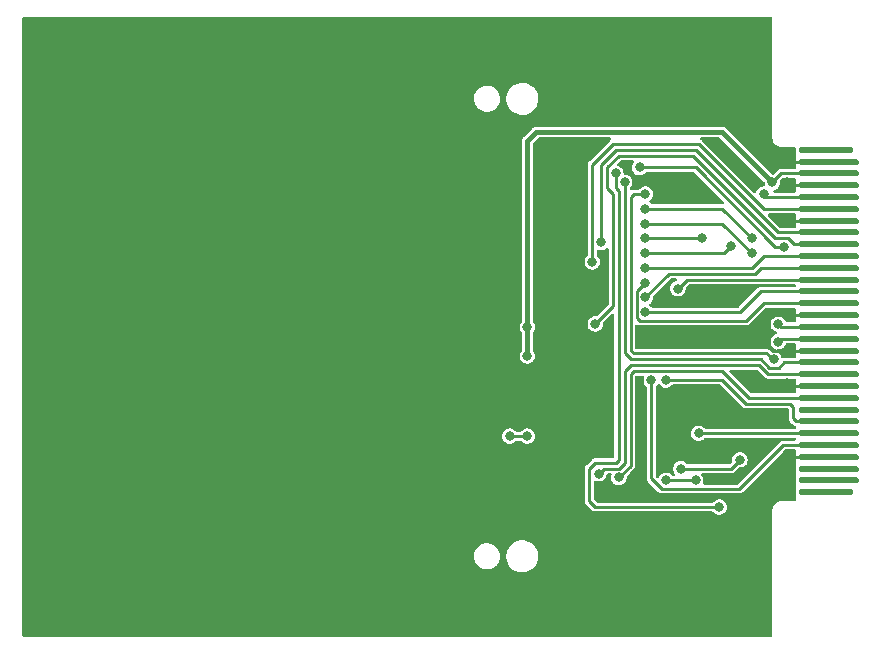
<source format=gbl>
G04 #@! TF.GenerationSoftware,KiCad,Pcbnew,6.0.11+dfsg-1*
G04 #@! TF.CreationDate,2023-03-13T19:25:43+00:00*
G04 #@! TF.ProjectId,TP770_IDE,54503737-305f-4494-9445-2e6b69636164,rev?*
G04 #@! TF.SameCoordinates,PX6cb8080PY3197500*
G04 #@! TF.FileFunction,Copper,L2,Bot*
G04 #@! TF.FilePolarity,Positive*
%FSLAX46Y46*%
G04 Gerber Fmt 4.6, Leading zero omitted, Abs format (unit mm)*
G04 Created by KiCad (PCBNEW 6.0.11+dfsg-1) date 2023-03-13 19:25:43*
%MOMM*%
%LPD*%
G01*
G04 APERTURE LIST*
G04 Aperture macros list*
%AMRoundRect*
0 Rectangle with rounded corners*
0 $1 Rounding radius*
0 $2 $3 $4 $5 $6 $7 $8 $9 X,Y pos of 4 corners*
0 Add a 4 corners polygon primitive as box body*
4,1,4,$2,$3,$4,$5,$6,$7,$8,$9,$2,$3,0*
0 Add four circle primitives for the rounded corners*
1,1,$1+$1,$2,$3*
1,1,$1+$1,$4,$5*
1,1,$1+$1,$6,$7*
1,1,$1+$1,$8,$9*
0 Add four rect primitives between the rounded corners*
20,1,$1+$1,$2,$3,$4,$5,0*
20,1,$1+$1,$4,$5,$6,$7,0*
20,1,$1+$1,$6,$7,$8,$9,0*
20,1,$1+$1,$8,$9,$2,$3,0*%
G04 Aperture macros list end*
G04 #@! TA.AperFunction,ConnectorPad*
%ADD10RoundRect,0.125000X2.125000X0.125000X-2.125000X0.125000X-2.125000X-0.125000X2.125000X-0.125000X0*%
G04 #@! TD*
G04 #@! TA.AperFunction,ConnectorPad*
%ADD11RoundRect,0.125000X2.375000X0.125000X-2.375000X0.125000X-2.375000X-0.125000X2.375000X-0.125000X0*%
G04 #@! TD*
G04 #@! TA.AperFunction,ViaPad*
%ADD12C,0.800000*%
G04 #@! TD*
G04 #@! TA.AperFunction,Conductor*
%ADD13C,0.250000*%
G04 #@! TD*
G04 #@! TA.AperFunction,Conductor*
%ADD14C,0.400000*%
G04 #@! TD*
G04 APERTURE END LIST*
D10*
X68250000Y-40500000D03*
D11*
X68500000Y-39500000D03*
X68500000Y-38500000D03*
X68500000Y-37500000D03*
X68500000Y-36500000D03*
X68500000Y-35500000D03*
X68500000Y-34500000D03*
X68500000Y-33500000D03*
X68500000Y-32500000D03*
X68500000Y-31500000D03*
X68500000Y-30500000D03*
X68500000Y-29500000D03*
X68500000Y-28500000D03*
X68500000Y-27500000D03*
X68500000Y-26500000D03*
X68500000Y-25500000D03*
X68500000Y-24500000D03*
X68500000Y-23500000D03*
X68500000Y-22500000D03*
X68500000Y-21500000D03*
X68500000Y-20500000D03*
X68500000Y-19500000D03*
X68500000Y-18500000D03*
X68500000Y-17500000D03*
X68500000Y-16500000D03*
X68500000Y-15500000D03*
X68500000Y-14500000D03*
X68500000Y-13500000D03*
X68500000Y-12500000D03*
D10*
X68250000Y-11500000D03*
D12*
X54750000Y-39500000D03*
X57250000Y-39500000D03*
X50750000Y-39250000D03*
X49068000Y-38932000D03*
X61000000Y-37750000D03*
X56000000Y-38500000D03*
X57500000Y-35500000D03*
X64250000Y-27750000D03*
X43000000Y-35750000D03*
X41500000Y-35750000D03*
X63000000Y-15250000D03*
X55750000Y-23250000D03*
X53000000Y-25250000D03*
X48750000Y-26250000D03*
X53000000Y-24000000D03*
X48500000Y-21000000D03*
X53000000Y-22750000D03*
X49237347Y-19337000D03*
X60250000Y-19684315D03*
X53000000Y-20250000D03*
X57750000Y-19000000D03*
X53000000Y-19000000D03*
X64250000Y-26250000D03*
X62000000Y-20250000D03*
X53000000Y-17750000D03*
X62000000Y-19000000D03*
X53000000Y-16500000D03*
X63874822Y-29225000D03*
X53000000Y-15250000D03*
X53500000Y-31000000D03*
X51250000Y-14250000D03*
X50500000Y-13500000D03*
X59250000Y-41750000D03*
X52500000Y-13000000D03*
X64750000Y-19750000D03*
X54750000Y-31000000D03*
X65000000Y-14250000D03*
X65000000Y-31250000D03*
X65000000Y-25500000D03*
X65000000Y-28500000D03*
X64500000Y-17500000D03*
X62500000Y-27000000D03*
X53000000Y-27000000D03*
X56500000Y-41000000D03*
X56250000Y-14500000D03*
X60500000Y-12500000D03*
X62000000Y-31250000D03*
X49750000Y-30250000D03*
X49750000Y-27000000D03*
X52625000Y-34250000D03*
X43000000Y-40000000D03*
X48500000Y-10993363D03*
X54750000Y-34250000D03*
X48825000Y-42575000D03*
X65000000Y-37250000D03*
X48500000Y-24250000D03*
X58950000Y-39375000D03*
X63500000Y-36475000D03*
X62500000Y-44000000D03*
X40750000Y-43250000D03*
X40750000Y-22750000D03*
X59325000Y-23825000D03*
X63800000Y-12500000D03*
X48175000Y-32525000D03*
X64250000Y-34000000D03*
X58750000Y-34250000D03*
X49750000Y-34250000D03*
X63750000Y-14250000D03*
X43000000Y-26500000D03*
X43000000Y-28950000D03*
X53000000Y-21500000D03*
D13*
X54750000Y-39500000D02*
X57250000Y-39500000D01*
X61750000Y-32500000D02*
X68500000Y-32500000D01*
X59500000Y-30250000D02*
X61750000Y-32500000D01*
X52000000Y-30250000D02*
X59500000Y-30250000D01*
X51750000Y-30500000D02*
X52000000Y-30250000D01*
X50750000Y-39250000D02*
X51750000Y-38250000D01*
X51750000Y-38250000D02*
X51750000Y-30500000D01*
X63363590Y-30500000D02*
X68500000Y-30500000D01*
X62613590Y-29750000D02*
X63363590Y-30500000D01*
X51750000Y-29750000D02*
X62613590Y-29750000D01*
X51250000Y-38000000D02*
X51250000Y-30250000D01*
X51250000Y-30250000D02*
X51750000Y-29750000D01*
X49500000Y-38500000D02*
X50750000Y-38500000D01*
X49068000Y-38932000D02*
X49500000Y-38500000D01*
X50750000Y-38500000D02*
X51250000Y-38000000D01*
X60250000Y-38500000D02*
X56000000Y-38500000D01*
X60250000Y-38500000D02*
X61000000Y-37750000D01*
X57500000Y-35500000D02*
X68500000Y-35500000D01*
X64250000Y-27750000D02*
X64565685Y-27500000D01*
X64500000Y-27500000D02*
X64250000Y-27750000D01*
X68500000Y-27500000D02*
X64500000Y-27500000D01*
X41500000Y-35750000D02*
X43000000Y-35750000D01*
X63250000Y-15500000D02*
X63000000Y-15250000D01*
X68500000Y-15500000D02*
X63250000Y-15500000D01*
X56500000Y-22500000D02*
X68500000Y-22500000D01*
X55750000Y-23250000D02*
X56500000Y-22500000D01*
X62750000Y-23500000D02*
X68500000Y-23500000D01*
X53000000Y-25250000D02*
X61000000Y-25250000D01*
X61000000Y-25250000D02*
X62750000Y-23500000D01*
X65573002Y-19500000D02*
X68500000Y-19500000D01*
X65073002Y-19000000D02*
X65573002Y-19500000D01*
X57000000Y-12000000D02*
X64000000Y-19000000D01*
X50250000Y-24750000D02*
X50250000Y-15250000D01*
X64000000Y-19000000D02*
X65073002Y-19000000D01*
X48750000Y-26250000D02*
X50250000Y-24750000D01*
X50750000Y-12000000D02*
X57000000Y-12000000D01*
X50250000Y-15250000D02*
X49750000Y-14750000D01*
X49750000Y-14750000D02*
X49750000Y-13000000D01*
X49750000Y-13000000D02*
X50750000Y-12000000D01*
X62250000Y-22000000D02*
X55000000Y-22000000D01*
X68500000Y-21500000D02*
X62750000Y-21500000D01*
X55000000Y-22000000D02*
X53000000Y-24000000D01*
X62750000Y-21500000D02*
X62250000Y-22000000D01*
X57500000Y-11000000D02*
X63000000Y-16500000D01*
X63000000Y-16500000D02*
X68500000Y-16500000D01*
X50250000Y-11000000D02*
X57500000Y-11000000D01*
X48500000Y-21000000D02*
X48500000Y-12750000D01*
X48500000Y-12750000D02*
X50250000Y-11000000D01*
X63000000Y-24500000D02*
X68500000Y-24500000D01*
X52500000Y-26000000D02*
X61500000Y-26000000D01*
X52250000Y-23500000D02*
X52250000Y-25750000D01*
X61500000Y-26000000D02*
X63000000Y-24500000D01*
X52250000Y-25750000D02*
X52500000Y-26000000D01*
X53000000Y-22750000D02*
X52250000Y-23500000D01*
X49250000Y-18750000D02*
X49237347Y-19337000D01*
X49250000Y-12750000D02*
X49250000Y-18750000D01*
X50500000Y-11500000D02*
X49250000Y-12750000D01*
X57250000Y-11500000D02*
X50500000Y-11500000D01*
X68500000Y-18500000D02*
X64250000Y-18500000D01*
X64250000Y-18500000D02*
X57250000Y-11500000D01*
X59684315Y-20250000D02*
X60250000Y-19684315D01*
X53000000Y-20250000D02*
X59684315Y-20250000D01*
X53000000Y-19000000D02*
X57750000Y-19000000D01*
X64500000Y-26500000D02*
X68500000Y-26500000D01*
X64250000Y-26250000D02*
X64500000Y-26500000D01*
X53000000Y-17750000D02*
X59500000Y-17750000D01*
X59500000Y-17750000D02*
X62000000Y-20250000D01*
X59500000Y-16500000D02*
X62000000Y-19000000D01*
X53000000Y-16500000D02*
X59500000Y-16500000D01*
X51750000Y-15500000D02*
X52000000Y-15250000D01*
X51750000Y-28500000D02*
X51750000Y-15500000D01*
X52000000Y-28750000D02*
X51750000Y-28500000D01*
X63874822Y-29225000D02*
X63250000Y-28750000D01*
X52000000Y-15250000D02*
X53000000Y-15250000D01*
X63250000Y-28750000D02*
X52000000Y-28750000D01*
X53500000Y-39323002D02*
X53500000Y-31000000D01*
X60951997Y-40225001D02*
X54401999Y-40225001D01*
X68500000Y-36500000D02*
X64676998Y-36500000D01*
X54401999Y-40225001D02*
X53500000Y-39323002D01*
X64676998Y-36500000D02*
X60951997Y-40225001D01*
X64750000Y-29500000D02*
X68500000Y-29500000D01*
X51250000Y-28750000D02*
X51750000Y-29250000D01*
X51750000Y-29250000D02*
X62750000Y-29250000D01*
X62750000Y-29250000D02*
X63450001Y-29950001D01*
X63450001Y-29950001D02*
X64299999Y-29950001D01*
X64299999Y-29950001D02*
X64750000Y-29500000D01*
X51250000Y-14250000D02*
X51250000Y-28750000D01*
X50500000Y-14750000D02*
X50500000Y-13500000D01*
X50750000Y-15000000D02*
X50500000Y-14750000D01*
X50750000Y-37750000D02*
X50750000Y-15000000D01*
X59250000Y-41750000D02*
X48750000Y-41750000D01*
X48250000Y-38500000D02*
X48750000Y-38000000D01*
X48750000Y-41750000D02*
X48250000Y-41250000D01*
X48250000Y-41250000D02*
X48250000Y-38500000D01*
X48750000Y-38000000D02*
X50500000Y-38000000D01*
X50500000Y-38000000D02*
X50750000Y-37750000D01*
X64000000Y-19750000D02*
X64750000Y-19750000D01*
X52500000Y-13000000D02*
X57250000Y-13000000D01*
X57250000Y-13000000D02*
X64000000Y-19750000D01*
X65750000Y-34500000D02*
X68500000Y-34500000D01*
X65500000Y-34250000D02*
X65750000Y-34500000D01*
X65500000Y-33250000D02*
X65500000Y-34250000D01*
X54750000Y-31000000D02*
X59500000Y-31000000D01*
X59500000Y-31000000D02*
X61500000Y-33000000D01*
X65250000Y-33000000D02*
X65500000Y-33250000D01*
X61500000Y-33000000D02*
X65250000Y-33000000D01*
X68500000Y-14500000D02*
X65250000Y-14500000D01*
X65250000Y-14500000D02*
X65000000Y-14250000D01*
X68500000Y-31500000D02*
X65250000Y-31500000D01*
X65250000Y-31500000D02*
X65000000Y-31250000D01*
X65000000Y-25500000D02*
X68500000Y-25500000D01*
X68500000Y-28500000D02*
X65000000Y-28500000D01*
X68500000Y-17500000D02*
X64500000Y-17500000D01*
X62500000Y-27000000D02*
X62500000Y-27202304D01*
X63797696Y-28500000D02*
X65000000Y-28500000D01*
X62500000Y-27202304D02*
X63797696Y-28500000D01*
X63750000Y-25500000D02*
X65000000Y-25500000D01*
X62500000Y-27000000D02*
X62500000Y-26750000D01*
X62500000Y-26750000D02*
X63750000Y-25500000D01*
X53000000Y-27000000D02*
X62500000Y-27000000D01*
X62000000Y-31250000D02*
X65000000Y-31250000D01*
X65250000Y-37500000D02*
X65000000Y-37250000D01*
X68500000Y-37500000D02*
X65250000Y-37500000D01*
X63800000Y-12500000D02*
X68500000Y-12500000D01*
X63750000Y-14250000D02*
X64500000Y-13500000D01*
X64500000Y-13500000D02*
X68500000Y-13500000D01*
D14*
X59500000Y-10000000D02*
X63750000Y-14250000D01*
X43000000Y-10750000D02*
X43750000Y-10000000D01*
X43750000Y-10000000D02*
X59500000Y-10000000D01*
X43000000Y-26500000D02*
X43000000Y-10750000D01*
X43000000Y-28950000D02*
X43000000Y-26500000D01*
D13*
X63000000Y-20500000D02*
X68500000Y-20500000D01*
X53000000Y-21500000D02*
X62000000Y-21500000D01*
X62000000Y-21500000D02*
X63000000Y-20500000D01*
G04 #@! TA.AperFunction,Conductor*
G36*
X63692539Y-270185D02*
G01*
X63738294Y-322989D01*
X63749500Y-374500D01*
X63749500Y-10463115D01*
X63747117Y-10487306D01*
X63744592Y-10500000D01*
X63746974Y-10511977D01*
X63746974Y-10513761D01*
X63747718Y-10518773D01*
X63760359Y-10647124D01*
X63803274Y-10788593D01*
X63806145Y-10793965D01*
X63806147Y-10793969D01*
X63819740Y-10819399D01*
X63872963Y-10918973D01*
X63966749Y-11033251D01*
X64081027Y-11127037D01*
X64086404Y-11129911D01*
X64206031Y-11193853D01*
X64206035Y-11193855D01*
X64211407Y-11196726D01*
X64352876Y-11239641D01*
X64481227Y-11252282D01*
X64486239Y-11253026D01*
X64488023Y-11253026D01*
X64500000Y-11255408D01*
X64512694Y-11252883D01*
X64536885Y-11250500D01*
X65600366Y-11250500D01*
X65667405Y-11270185D01*
X65714927Y-11327047D01*
X65726716Y-11355508D01*
X65735094Y-11386776D01*
X65748439Y-11488143D01*
X65749500Y-11504328D01*
X65749500Y-11660590D01*
X65749833Y-11662853D01*
X65750000Y-11667419D01*
X65750000Y-13000500D01*
X65730315Y-13067539D01*
X65677511Y-13113294D01*
X65626000Y-13124500D01*
X64553281Y-13124500D01*
X64529356Y-13121954D01*
X64527952Y-13121888D01*
X64517934Y-13119731D01*
X64507761Y-13120935D01*
X64507759Y-13120935D01*
X64484898Y-13123641D01*
X64479016Y-13123988D01*
X64479023Y-13124078D01*
X64473918Y-13124500D01*
X64468807Y-13124500D01*
X64449947Y-13127639D01*
X64444168Y-13128461D01*
X64403968Y-13133219D01*
X64403966Y-13133220D01*
X64393790Y-13134424D01*
X64385623Y-13138346D01*
X64376687Y-13139833D01*
X64332043Y-13163922D01*
X64326840Y-13166574D01*
X64281100Y-13188537D01*
X64276869Y-13192094D01*
X64274983Y-13193980D01*
X64273053Y-13195751D01*
X64273000Y-13195779D01*
X64272883Y-13195652D01*
X64272326Y-13196143D01*
X64266671Y-13199194D01*
X64259711Y-13206723D01*
X64259710Y-13206724D01*
X64230447Y-13238381D01*
X64227072Y-13241891D01*
X63905470Y-13563493D01*
X63844147Y-13596978D01*
X63817141Y-13599810D01*
X63787475Y-13599655D01*
X63720539Y-13579621D01*
X63700442Y-13563338D01*
X59842667Y-9705564D01*
X59832969Y-9694651D01*
X59817611Y-9675170D01*
X59811872Y-9667890D01*
X59763554Y-9634495D01*
X59760454Y-9632281D01*
X59713184Y-9597366D01*
X59706368Y-9594973D01*
X59700431Y-9590869D01*
X59644481Y-9573174D01*
X59640791Y-9571943D01*
X59594116Y-9555552D01*
X59594112Y-9555551D01*
X59585369Y-9552481D01*
X59578265Y-9552202D01*
X59578014Y-9552153D01*
X59571270Y-9550020D01*
X59564663Y-9549500D01*
X59511932Y-9549500D01*
X59507063Y-9549404D01*
X59459273Y-9547526D01*
X59459272Y-9547526D01*
X59450006Y-9547162D01*
X59442922Y-9549040D01*
X59434562Y-9549500D01*
X43784102Y-9549500D01*
X43769528Y-9548641D01*
X43744894Y-9545725D01*
X43744891Y-9545725D01*
X43735689Y-9544636D01*
X43692737Y-9552481D01*
X43677965Y-9555179D01*
X43674124Y-9555818D01*
X43616038Y-9564551D01*
X43609525Y-9567679D01*
X43602427Y-9568975D01*
X43594201Y-9573248D01*
X43550331Y-9596036D01*
X43546857Y-9597771D01*
X43493921Y-9623191D01*
X43488699Y-9628018D01*
X43488486Y-9628161D01*
X43482211Y-9631421D01*
X43477172Y-9635725D01*
X43439903Y-9672994D01*
X43436393Y-9676369D01*
X43401251Y-9708853D01*
X43401249Y-9708856D01*
X43394444Y-9715146D01*
X43390763Y-9721484D01*
X43385172Y-9727725D01*
X42705564Y-10407333D01*
X42694651Y-10417031D01*
X42667890Y-10438128D01*
X42635735Y-10484654D01*
X42634510Y-10486426D01*
X42632281Y-10489546D01*
X42597366Y-10536816D01*
X42594973Y-10543632D01*
X42590869Y-10549569D01*
X42588074Y-10558408D01*
X42573175Y-10605516D01*
X42571943Y-10609209D01*
X42555552Y-10655884D01*
X42555551Y-10655888D01*
X42552481Y-10664631D01*
X42552202Y-10671735D01*
X42552153Y-10671986D01*
X42550020Y-10678730D01*
X42549500Y-10685337D01*
X42549500Y-10738068D01*
X42549404Y-10742937D01*
X42547162Y-10799994D01*
X42549040Y-10807078D01*
X42549500Y-10815438D01*
X42549500Y-25974777D01*
X42529815Y-26041816D01*
X42518204Y-26057023D01*
X42513034Y-26061533D01*
X42422501Y-26190348D01*
X42365309Y-26337039D01*
X42344758Y-26493138D01*
X42345578Y-26500566D01*
X42345578Y-26500568D01*
X42352767Y-26565683D01*
X42362035Y-26649633D01*
X42364601Y-26656645D01*
X42364602Y-26656649D01*
X42374321Y-26683206D01*
X42416143Y-26797490D01*
X42503958Y-26928172D01*
X42509488Y-26933204D01*
X42514372Y-26938862D01*
X42513272Y-26939811D01*
X42545290Y-26992395D01*
X42549500Y-27024432D01*
X42549500Y-28424777D01*
X42529815Y-28491816D01*
X42518204Y-28507023D01*
X42513034Y-28511533D01*
X42422501Y-28640348D01*
X42365309Y-28787039D01*
X42344758Y-28943138D01*
X42345578Y-28950566D01*
X42345578Y-28950568D01*
X42347474Y-28967744D01*
X42362035Y-29099633D01*
X42364601Y-29106645D01*
X42364602Y-29106649D01*
X42373893Y-29132037D01*
X42416143Y-29247490D01*
X42503958Y-29378172D01*
X42526183Y-29398395D01*
X42614878Y-29479102D01*
X42614882Y-29479105D01*
X42620410Y-29484135D01*
X42758776Y-29559262D01*
X42861031Y-29586088D01*
X42903841Y-29597319D01*
X42903843Y-29597319D01*
X42911069Y-29599215D01*
X42988127Y-29600425D01*
X43061025Y-29601571D01*
X43061028Y-29601571D01*
X43068495Y-29601688D01*
X43075776Y-29600020D01*
X43075780Y-29600020D01*
X43214681Y-29568207D01*
X43221968Y-29566538D01*
X43362625Y-29495795D01*
X43368306Y-29490943D01*
X43368309Y-29490941D01*
X43476666Y-29398395D01*
X43476667Y-29398394D01*
X43482348Y-29393542D01*
X43493393Y-29378172D01*
X43521246Y-29339410D01*
X43574224Y-29265683D01*
X43632950Y-29119598D01*
X43634793Y-29106649D01*
X43654562Y-28967744D01*
X43654562Y-28967740D01*
X43655134Y-28963723D01*
X43655278Y-28950000D01*
X43653551Y-28935727D01*
X43637262Y-28801119D01*
X43637261Y-28801115D01*
X43636363Y-28793694D01*
X43597896Y-28691893D01*
X43583354Y-28653408D01*
X43583352Y-28653405D01*
X43580710Y-28646412D01*
X43541676Y-28589617D01*
X43495768Y-28522821D01*
X43495765Y-28522818D01*
X43491531Y-28516657D01*
X43485945Y-28511680D01*
X43481488Y-28506625D01*
X43451918Y-28443321D01*
X43450500Y-28424620D01*
X43450500Y-27025195D01*
X43470185Y-26958156D01*
X43479756Y-26945756D01*
X43482348Y-26943542D01*
X43574224Y-26815683D01*
X43632950Y-26669598D01*
X43634793Y-26656649D01*
X43654562Y-26517744D01*
X43654562Y-26517740D01*
X43655134Y-26513723D01*
X43655278Y-26500000D01*
X43646387Y-26426530D01*
X43637262Y-26351119D01*
X43637261Y-26351115D01*
X43636363Y-26343694D01*
X43621529Y-26304436D01*
X43583354Y-26203408D01*
X43583352Y-26203405D01*
X43580710Y-26196412D01*
X43572337Y-26184229D01*
X43495768Y-26072821D01*
X43495765Y-26072818D01*
X43491531Y-26066657D01*
X43485945Y-26061680D01*
X43481488Y-26056625D01*
X43451918Y-25993321D01*
X43450500Y-25974620D01*
X43450500Y-10987965D01*
X43470185Y-10920926D01*
X43486819Y-10900284D01*
X43900284Y-10486819D01*
X43961607Y-10453334D01*
X43987965Y-10450500D01*
X49982123Y-10450500D01*
X50049162Y-10470185D01*
X50094917Y-10522989D01*
X50104861Y-10592147D01*
X50075836Y-10655703D01*
X50044068Y-10679965D01*
X50044689Y-10680927D01*
X50038135Y-10685159D01*
X50031100Y-10688537D01*
X50026869Y-10692094D01*
X50024983Y-10693980D01*
X50023053Y-10695751D01*
X50023000Y-10695779D01*
X50022883Y-10695652D01*
X50022326Y-10696143D01*
X50016671Y-10699194D01*
X50009711Y-10706723D01*
X50009710Y-10706724D01*
X49980447Y-10738381D01*
X49977072Y-10741891D01*
X48272161Y-12446802D01*
X48253432Y-12461929D01*
X48252398Y-12462870D01*
X48243790Y-12468428D01*
X48237448Y-12476473D01*
X48223193Y-12494555D01*
X48219280Y-12498958D01*
X48219350Y-12499017D01*
X48216043Y-12502920D01*
X48212425Y-12506538D01*
X48209451Y-12510700D01*
X48201321Y-12522077D01*
X48197830Y-12526728D01*
X48166397Y-12566600D01*
X48163395Y-12575149D01*
X48158128Y-12582519D01*
X48155191Y-12592340D01*
X48143594Y-12631118D01*
X48141788Y-12636676D01*
X48124977Y-12684548D01*
X48124500Y-12690055D01*
X48124500Y-12692739D01*
X48124387Y-12695341D01*
X48124365Y-12695415D01*
X48124196Y-12695408D01*
X48124150Y-12696133D01*
X48122310Y-12702287D01*
X48122712Y-12712526D01*
X48122712Y-12712529D01*
X48124404Y-12755581D01*
X48124500Y-12760449D01*
X48124500Y-20407915D01*
X48104815Y-20474954D01*
X48082015Y-20501357D01*
X48013034Y-20561533D01*
X47922501Y-20690348D01*
X47865309Y-20837039D01*
X47844758Y-20993138D01*
X47845578Y-21000566D01*
X47845578Y-21000568D01*
X47854898Y-21084983D01*
X47862035Y-21149633D01*
X47864601Y-21156645D01*
X47864602Y-21156649D01*
X47879484Y-21197314D01*
X47916143Y-21297490D01*
X48003958Y-21428172D01*
X48026183Y-21448395D01*
X48114878Y-21529102D01*
X48114882Y-21529105D01*
X48120410Y-21534135D01*
X48258776Y-21609262D01*
X48360319Y-21635901D01*
X48403841Y-21647319D01*
X48403843Y-21647319D01*
X48411069Y-21649215D01*
X48488127Y-21650425D01*
X48561025Y-21651571D01*
X48561028Y-21651571D01*
X48568495Y-21651688D01*
X48575776Y-21650020D01*
X48575780Y-21650020D01*
X48714681Y-21618207D01*
X48721968Y-21616538D01*
X48862625Y-21545795D01*
X48868306Y-21540943D01*
X48868309Y-21540941D01*
X48976666Y-21448395D01*
X48976667Y-21448394D01*
X48982348Y-21443542D01*
X48993393Y-21428172D01*
X49025168Y-21383952D01*
X49074224Y-21315683D01*
X49132950Y-21169598D01*
X49135257Y-21153390D01*
X49154562Y-21017744D01*
X49154562Y-21017740D01*
X49155134Y-21013723D01*
X49155278Y-21000000D01*
X49151576Y-20969409D01*
X49137262Y-20851119D01*
X49137261Y-20851115D01*
X49136363Y-20843694D01*
X49111956Y-20779102D01*
X49083354Y-20703408D01*
X49083352Y-20703405D01*
X49080710Y-20696412D01*
X49035251Y-20630269D01*
X48995768Y-20572821D01*
X48995765Y-20572818D01*
X48991531Y-20566657D01*
X48917011Y-20500262D01*
X48880052Y-20440968D01*
X48875500Y-20407679D01*
X48875500Y-20075344D01*
X48895185Y-20008305D01*
X48947989Y-19962550D01*
X49017147Y-19952606D01*
X49030966Y-19955403D01*
X49141188Y-19984319D01*
X49141190Y-19984319D01*
X49148416Y-19986215D01*
X49225474Y-19987425D01*
X49298372Y-19988571D01*
X49298375Y-19988571D01*
X49305842Y-19988688D01*
X49313123Y-19987020D01*
X49313127Y-19987020D01*
X49452028Y-19955207D01*
X49459315Y-19953538D01*
X49599972Y-19882795D01*
X49605655Y-19877942D01*
X49605660Y-19877938D01*
X49669969Y-19823013D01*
X49733730Y-19794442D01*
X49802816Y-19804879D01*
X49855292Y-19851010D01*
X49874500Y-19917303D01*
X49874500Y-24543101D01*
X49854815Y-24610140D01*
X49838181Y-24630782D01*
X48905469Y-25563494D01*
X48844146Y-25596979D01*
X48817143Y-25599811D01*
X48709988Y-25599250D01*
X48682158Y-25599104D01*
X48682157Y-25599104D01*
X48674684Y-25599065D01*
X48667421Y-25600809D01*
X48667418Y-25600809D01*
X48598136Y-25617443D01*
X48521588Y-25635820D01*
X48381679Y-25708032D01*
X48263034Y-25811533D01*
X48172501Y-25940348D01*
X48115309Y-26087039D01*
X48094758Y-26243138D01*
X48095578Y-26250566D01*
X48095578Y-26250568D01*
X48105077Y-26336605D01*
X48112035Y-26399633D01*
X48166143Y-26547490D01*
X48170314Y-26553697D01*
X48234781Y-26649633D01*
X48253958Y-26678172D01*
X48276183Y-26698395D01*
X48364878Y-26779102D01*
X48364882Y-26779105D01*
X48370410Y-26784135D01*
X48376980Y-26787702D01*
X48376981Y-26787703D01*
X48502208Y-26855696D01*
X48508776Y-26859262D01*
X48611031Y-26886088D01*
X48653841Y-26897319D01*
X48653843Y-26897319D01*
X48661069Y-26899215D01*
X48738127Y-26900425D01*
X48811025Y-26901571D01*
X48811028Y-26901571D01*
X48818495Y-26901688D01*
X48825776Y-26900020D01*
X48825780Y-26900020D01*
X48964681Y-26868207D01*
X48971968Y-26866538D01*
X49112625Y-26795795D01*
X49118306Y-26790943D01*
X49118309Y-26790941D01*
X49226666Y-26698395D01*
X49226667Y-26698394D01*
X49232348Y-26693542D01*
X49243393Y-26678172D01*
X49269237Y-26642205D01*
X49324224Y-26565683D01*
X49382950Y-26419598D01*
X49384793Y-26406649D01*
X49404562Y-26267744D01*
X49404562Y-26267740D01*
X49405134Y-26263723D01*
X49405278Y-26250000D01*
X49399116Y-26199077D01*
X49410604Y-26130159D01*
X49434537Y-26096500D01*
X50162819Y-25368218D01*
X50224142Y-25334733D01*
X50293834Y-25339717D01*
X50349767Y-25381589D01*
X50374184Y-25447053D01*
X50374500Y-25455899D01*
X50374500Y-37500500D01*
X50354815Y-37567539D01*
X50302011Y-37613294D01*
X50250500Y-37624500D01*
X48803284Y-37624500D01*
X48779349Y-37621953D01*
X48777948Y-37621887D01*
X48767934Y-37619731D01*
X48757761Y-37620935D01*
X48734898Y-37623641D01*
X48729010Y-37623988D01*
X48729018Y-37624079D01*
X48723923Y-37624500D01*
X48718807Y-37624500D01*
X48713764Y-37625339D01*
X48713756Y-37625340D01*
X48699928Y-37627641D01*
X48694150Y-37628463D01*
X48666207Y-37631771D01*
X48643791Y-37634424D01*
X48635625Y-37638345D01*
X48626687Y-37639833D01*
X48617671Y-37644698D01*
X48617667Y-37644699D01*
X48582023Y-37663931D01*
X48576818Y-37666583D01*
X48538135Y-37685158D01*
X48538130Y-37685161D01*
X48531100Y-37688537D01*
X48526869Y-37692094D01*
X48524984Y-37693979D01*
X48523053Y-37695751D01*
X48523000Y-37695779D01*
X48522883Y-37695652D01*
X48522326Y-37696143D01*
X48516671Y-37699194D01*
X48509711Y-37706723D01*
X48509710Y-37706724D01*
X48480447Y-37738381D01*
X48477072Y-37741891D01*
X48022161Y-38196802D01*
X48003432Y-38211929D01*
X48002398Y-38212870D01*
X47993790Y-38218428D01*
X47987448Y-38226473D01*
X47973193Y-38244555D01*
X47969280Y-38248958D01*
X47969350Y-38249017D01*
X47966043Y-38252920D01*
X47962425Y-38256538D01*
X47955491Y-38266241D01*
X47951321Y-38272077D01*
X47947830Y-38276728D01*
X47916397Y-38316600D01*
X47913395Y-38325149D01*
X47908128Y-38332519D01*
X47905191Y-38342340D01*
X47893594Y-38381118D01*
X47891788Y-38386676D01*
X47879946Y-38420399D01*
X47874977Y-38434548D01*
X47874500Y-38440055D01*
X47874500Y-38442739D01*
X47874387Y-38445341D01*
X47874365Y-38445415D01*
X47874196Y-38445408D01*
X47874150Y-38446133D01*
X47872310Y-38452287D01*
X47872712Y-38462526D01*
X47872712Y-38462529D01*
X47874404Y-38505581D01*
X47874500Y-38510449D01*
X47874500Y-41196716D01*
X47871953Y-41220651D01*
X47871887Y-41222052D01*
X47869731Y-41232066D01*
X47870935Y-41242239D01*
X47873641Y-41265102D01*
X47873988Y-41270984D01*
X47874078Y-41270977D01*
X47874500Y-41276082D01*
X47874500Y-41281193D01*
X47875339Y-41286233D01*
X47877639Y-41300053D01*
X47878461Y-41305832D01*
X47879860Y-41317649D01*
X47884424Y-41356210D01*
X47888346Y-41364377D01*
X47889833Y-41373313D01*
X47913922Y-41417957D01*
X47916574Y-41423160D01*
X47938537Y-41468900D01*
X47942094Y-41473131D01*
X47943980Y-41475017D01*
X47945751Y-41476947D01*
X47945779Y-41477000D01*
X47945652Y-41477117D01*
X47946143Y-41477674D01*
X47949194Y-41483329D01*
X47956723Y-41490289D01*
X47956724Y-41490290D01*
X47988380Y-41519552D01*
X47991890Y-41522927D01*
X48446805Y-41977842D01*
X48461907Y-41996542D01*
X48462867Y-41997597D01*
X48468428Y-42006210D01*
X48476479Y-42012557D01*
X48494551Y-42026804D01*
X48498962Y-42030724D01*
X48499021Y-42030654D01*
X48502921Y-42033959D01*
X48506538Y-42037576D01*
X48510691Y-42040544D01*
X48510702Y-42040553D01*
X48522100Y-42048697D01*
X48526775Y-42052207D01*
X48551570Y-42071754D01*
X48566600Y-42083603D01*
X48575148Y-42086605D01*
X48582519Y-42091872D01*
X48592336Y-42094808D01*
X48592338Y-42094809D01*
X48631127Y-42106409D01*
X48636685Y-42108215D01*
X48677186Y-42122438D01*
X48677188Y-42122439D01*
X48684548Y-42125023D01*
X48690055Y-42125500D01*
X48692738Y-42125500D01*
X48695337Y-42125613D01*
X48695415Y-42125636D01*
X48695408Y-42125804D01*
X48696129Y-42125849D01*
X48702287Y-42127691D01*
X48712525Y-42127289D01*
X48712527Y-42127289D01*
X48755606Y-42125596D01*
X48760474Y-42125500D01*
X58652907Y-42125500D01*
X58719946Y-42145185D01*
X58746771Y-42168472D01*
X58749790Y-42171969D01*
X58753958Y-42178172D01*
X58759488Y-42183204D01*
X58759489Y-42183205D01*
X58864878Y-42279102D01*
X58864882Y-42279105D01*
X58870410Y-42284135D01*
X59008776Y-42359262D01*
X59111031Y-42386088D01*
X59153841Y-42397319D01*
X59153843Y-42397319D01*
X59161069Y-42399215D01*
X59238127Y-42400425D01*
X59311025Y-42401571D01*
X59311028Y-42401571D01*
X59318495Y-42401688D01*
X59325776Y-42400020D01*
X59325780Y-42400020D01*
X59464681Y-42368207D01*
X59471968Y-42366538D01*
X59612625Y-42295795D01*
X59618306Y-42290943D01*
X59618309Y-42290941D01*
X59726666Y-42198395D01*
X59726667Y-42198394D01*
X59732348Y-42193542D01*
X59743393Y-42178172D01*
X59779667Y-42127691D01*
X59824224Y-42065683D01*
X59882950Y-41919598D01*
X59893276Y-41847042D01*
X59904562Y-41767744D01*
X59904562Y-41767740D01*
X59905134Y-41763723D01*
X59905278Y-41750000D01*
X59886363Y-41593694D01*
X59877276Y-41569646D01*
X59833354Y-41453408D01*
X59833352Y-41453405D01*
X59830710Y-41446412D01*
X59800365Y-41402260D01*
X59745768Y-41322821D01*
X59745765Y-41322818D01*
X59741531Y-41316657D01*
X59660647Y-41244592D01*
X59629559Y-41216893D01*
X59629558Y-41216892D01*
X59623976Y-41211919D01*
X59484831Y-41138245D01*
X59332128Y-41099889D01*
X59250329Y-41099461D01*
X59182158Y-41099104D01*
X59182157Y-41099104D01*
X59174684Y-41099065D01*
X59167421Y-41100809D01*
X59167418Y-41100809D01*
X59115707Y-41113224D01*
X59021588Y-41135820D01*
X58881679Y-41208032D01*
X58876048Y-41212945D01*
X58876047Y-41212945D01*
X58772895Y-41302931D01*
X58763034Y-41311533D01*
X58758736Y-41317649D01*
X58755820Y-41321798D01*
X58701168Y-41365329D01*
X58654367Y-41374500D01*
X48956899Y-41374500D01*
X48889860Y-41354815D01*
X48869218Y-41338181D01*
X48661819Y-41130782D01*
X48628334Y-41069459D01*
X48625500Y-41043101D01*
X48625500Y-39640403D01*
X48645185Y-39573364D01*
X48697989Y-39527609D01*
X48767147Y-39517665D01*
X48808667Y-39531430D01*
X48826776Y-39541262D01*
X48910750Y-39563292D01*
X48971841Y-39579319D01*
X48971843Y-39579319D01*
X48979069Y-39581215D01*
X49056127Y-39582425D01*
X49129025Y-39583571D01*
X49129028Y-39583571D01*
X49136495Y-39583688D01*
X49143776Y-39582020D01*
X49143780Y-39582020D01*
X49282681Y-39550207D01*
X49289968Y-39548538D01*
X49430625Y-39477795D01*
X49436306Y-39472943D01*
X49436309Y-39472941D01*
X49544666Y-39380395D01*
X49544667Y-39380394D01*
X49550348Y-39375542D01*
X49565688Y-39354195D01*
X49612215Y-39289445D01*
X49642224Y-39247683D01*
X49700950Y-39101598D01*
X49716857Y-38989826D01*
X49717967Y-38982029D01*
X49746901Y-38918431D01*
X49805625Y-38880573D01*
X49840730Y-38875500D01*
X50016347Y-38875500D01*
X50083386Y-38895185D01*
X50129141Y-38947989D01*
X50139085Y-39017147D01*
X50131877Y-39044542D01*
X50118026Y-39080069D01*
X50115309Y-39087039D01*
X50094758Y-39243138D01*
X50095578Y-39250566D01*
X50095578Y-39250568D01*
X50099149Y-39282916D01*
X50112035Y-39399633D01*
X50114601Y-39406645D01*
X50114602Y-39406649D01*
X50124814Y-39434554D01*
X50166143Y-39547490D01*
X50170314Y-39553697D01*
X50240648Y-39658364D01*
X50253958Y-39678172D01*
X50276183Y-39698395D01*
X50364878Y-39779102D01*
X50364882Y-39779105D01*
X50370410Y-39784135D01*
X50376980Y-39787702D01*
X50376981Y-39787703D01*
X50502208Y-39855696D01*
X50508776Y-39859262D01*
X50611031Y-39886088D01*
X50653841Y-39897319D01*
X50653843Y-39897319D01*
X50661069Y-39899215D01*
X50738127Y-39900425D01*
X50811025Y-39901571D01*
X50811028Y-39901571D01*
X50818495Y-39901688D01*
X50825776Y-39900020D01*
X50825780Y-39900020D01*
X50964681Y-39868207D01*
X50971968Y-39866538D01*
X51112625Y-39795795D01*
X51118306Y-39790943D01*
X51118309Y-39790941D01*
X51226666Y-39698395D01*
X51226667Y-39698394D01*
X51232348Y-39693542D01*
X51243393Y-39678172D01*
X51302489Y-39595930D01*
X51324224Y-39565683D01*
X51382950Y-39419598D01*
X51384793Y-39406649D01*
X51404562Y-39267744D01*
X51404562Y-39267740D01*
X51405134Y-39263723D01*
X51405278Y-39250000D01*
X51400521Y-39210688D01*
X51399116Y-39199077D01*
X51410604Y-39130159D01*
X51434537Y-39096500D01*
X51694960Y-38836078D01*
X51977843Y-38553195D01*
X51996545Y-38538091D01*
X51997599Y-38537132D01*
X52006210Y-38531572D01*
X52026804Y-38505449D01*
X52030724Y-38501038D01*
X52030654Y-38500979D01*
X52033959Y-38497079D01*
X52037576Y-38493462D01*
X52040544Y-38489309D01*
X52040553Y-38489298D01*
X52048697Y-38477900D01*
X52052207Y-38473225D01*
X52077258Y-38441449D01*
X52077259Y-38441447D01*
X52083603Y-38433400D01*
X52086605Y-38424852D01*
X52091872Y-38417481D01*
X52096381Y-38402406D01*
X52106409Y-38368873D01*
X52108215Y-38363315D01*
X52122438Y-38322814D01*
X52122439Y-38322812D01*
X52125023Y-38315452D01*
X52125500Y-38309945D01*
X52125500Y-38307262D01*
X52125613Y-38304663D01*
X52125636Y-38304585D01*
X52125804Y-38304592D01*
X52125849Y-38303871D01*
X52127691Y-38297713D01*
X52126868Y-38276752D01*
X52125596Y-38244394D01*
X52125500Y-38239526D01*
X52125500Y-30749500D01*
X52145185Y-30682461D01*
X52197989Y-30636706D01*
X52249500Y-30625500D01*
X52766347Y-30625500D01*
X52833386Y-30645185D01*
X52879141Y-30697989D01*
X52889085Y-30767147D01*
X52881877Y-30794542D01*
X52869122Y-30827258D01*
X52865309Y-30837039D01*
X52844758Y-30993138D01*
X52862035Y-31149633D01*
X52916143Y-31297490D01*
X53003958Y-31428172D01*
X53083955Y-31500963D01*
X53120290Y-31560640D01*
X53124500Y-31592676D01*
X53124500Y-39269718D01*
X53121953Y-39293653D01*
X53121887Y-39295054D01*
X53119731Y-39305068D01*
X53120935Y-39315241D01*
X53123641Y-39338104D01*
X53123988Y-39343986D01*
X53124078Y-39343979D01*
X53124500Y-39349084D01*
X53124500Y-39354195D01*
X53125339Y-39359235D01*
X53127639Y-39373055D01*
X53128461Y-39378834D01*
X53133219Y-39419034D01*
X53134424Y-39429212D01*
X53138346Y-39437379D01*
X53139833Y-39446315D01*
X53163922Y-39490959D01*
X53166574Y-39496162D01*
X53188537Y-39541902D01*
X53192094Y-39546133D01*
X53193980Y-39548019D01*
X53195751Y-39549949D01*
X53195779Y-39550002D01*
X53195652Y-39550119D01*
X53196143Y-39550676D01*
X53199194Y-39556331D01*
X53206723Y-39563291D01*
X53206724Y-39563292D01*
X53238381Y-39592555D01*
X53241891Y-39595930D01*
X54098801Y-40452840D01*
X54113928Y-40471569D01*
X54114869Y-40472603D01*
X54120427Y-40481211D01*
X54128472Y-40487553D01*
X54146554Y-40501808D01*
X54150957Y-40505721D01*
X54151016Y-40505651D01*
X54154919Y-40508958D01*
X54158537Y-40512576D01*
X54162699Y-40515550D01*
X54174076Y-40523680D01*
X54178727Y-40527171D01*
X54218599Y-40558604D01*
X54227148Y-40561606D01*
X54234518Y-40566873D01*
X54244340Y-40569810D01*
X54244339Y-40569810D01*
X54283113Y-40581406D01*
X54288671Y-40583212D01*
X54329182Y-40597439D01*
X54329192Y-40597441D01*
X54336547Y-40600024D01*
X54342054Y-40600501D01*
X54344737Y-40600501D01*
X54347339Y-40600614D01*
X54347414Y-40600636D01*
X54347407Y-40600805D01*
X54348131Y-40600851D01*
X54354285Y-40602691D01*
X54364524Y-40602289D01*
X54364527Y-40602289D01*
X54407579Y-40600597D01*
X54412447Y-40600501D01*
X60898713Y-40600501D01*
X60922648Y-40603048D01*
X60924049Y-40603114D01*
X60934063Y-40605270D01*
X60944236Y-40604066D01*
X60967099Y-40601360D01*
X60972981Y-40601013D01*
X60972974Y-40600923D01*
X60978079Y-40600501D01*
X60983190Y-40600501D01*
X61002050Y-40597362D01*
X61007829Y-40596540D01*
X61048029Y-40591782D01*
X61048031Y-40591781D01*
X61058207Y-40590577D01*
X61066374Y-40586655D01*
X61075310Y-40585168D01*
X61119955Y-40561078D01*
X61125160Y-40558426D01*
X61163864Y-40539841D01*
X61163863Y-40539841D01*
X61170897Y-40536464D01*
X61175128Y-40532907D01*
X61177014Y-40531021D01*
X61178944Y-40529250D01*
X61178997Y-40529222D01*
X61179114Y-40529349D01*
X61179671Y-40528858D01*
X61185326Y-40525807D01*
X61194808Y-40515550D01*
X61221550Y-40486620D01*
X61224925Y-40483110D01*
X64796216Y-36911819D01*
X64857539Y-36878334D01*
X64883897Y-36875500D01*
X65626000Y-36875500D01*
X65693039Y-36895185D01*
X65738794Y-36947989D01*
X65750000Y-36999500D01*
X65750000Y-38332519D01*
X65749833Y-38337126D01*
X65749500Y-38339410D01*
X65749500Y-38660590D01*
X65749833Y-38662853D01*
X65750000Y-38667419D01*
X65750000Y-39332519D01*
X65749833Y-39337126D01*
X65749500Y-39339410D01*
X65749500Y-39660590D01*
X65749833Y-39662853D01*
X65750000Y-39667419D01*
X65750000Y-40332519D01*
X65749833Y-40337126D01*
X65749500Y-40339410D01*
X65749500Y-40660590D01*
X65749833Y-40662853D01*
X65750000Y-40667419D01*
X65750000Y-40991874D01*
X65748939Y-41008059D01*
X65735094Y-41113224D01*
X65726716Y-41144492D01*
X65714927Y-41172953D01*
X65671086Y-41227356D01*
X65600366Y-41249500D01*
X64536885Y-41249500D01*
X64512694Y-41247117D01*
X64512655Y-41247109D01*
X64500000Y-41244592D01*
X64488023Y-41246974D01*
X64486239Y-41246974D01*
X64481227Y-41247718D01*
X64352876Y-41260359D01*
X64211407Y-41303274D01*
X64206035Y-41306145D01*
X64206031Y-41306147D01*
X64114980Y-41354815D01*
X64081027Y-41372963D01*
X63966749Y-41466749D01*
X63872963Y-41581027D01*
X63870089Y-41586404D01*
X63806147Y-41706031D01*
X63806145Y-41706035D01*
X63803274Y-41711407D01*
X63760359Y-41852876D01*
X63753462Y-41922900D01*
X63747718Y-41981224D01*
X63746974Y-41986239D01*
X63746974Y-41988023D01*
X63744592Y-42000000D01*
X63746975Y-42011979D01*
X63747117Y-42012694D01*
X63749500Y-42036885D01*
X63749500Y-52625500D01*
X63729815Y-52692539D01*
X63677011Y-52738294D01*
X63625500Y-52749500D01*
X374500Y-52749500D01*
X307461Y-52729815D01*
X261706Y-52677011D01*
X250500Y-52625500D01*
X250500Y-45867996D01*
X38471314Y-45867996D01*
X38481023Y-46077767D01*
X38530224Y-46281918D01*
X38532664Y-46287286D01*
X38532666Y-46287290D01*
X38578143Y-46387311D01*
X38617140Y-46473081D01*
X38738637Y-46644360D01*
X38742904Y-46648444D01*
X38742905Y-46648446D01*
X38886064Y-46785491D01*
X38886068Y-46785495D01*
X38890331Y-46789575D01*
X39066746Y-46903485D01*
X39072221Y-46905692D01*
X39072224Y-46905693D01*
X39256039Y-46979773D01*
X39256044Y-46979774D01*
X39261519Y-46981981D01*
X39467622Y-47022230D01*
X39473143Y-47022500D01*
X39627969Y-47022500D01*
X39784546Y-47007561D01*
X39790206Y-47005901D01*
X39790209Y-47005900D01*
X39885297Y-46978004D01*
X39986049Y-46948447D01*
X40073348Y-46903485D01*
X40167496Y-46854996D01*
X40167501Y-46854993D01*
X40172739Y-46852295D01*
X40337879Y-46722576D01*
X40405752Y-46644360D01*
X40471646Y-46568424D01*
X40471647Y-46568423D01*
X40475510Y-46563971D01*
X40494370Y-46531370D01*
X40577710Y-46387311D01*
X40577711Y-46387309D01*
X40580666Y-46382201D01*
X40649553Y-46183826D01*
X40679686Y-45976004D01*
X40674220Y-45857916D01*
X41216609Y-45857916D01*
X41225239Y-46087791D01*
X41226316Y-46092925D01*
X41226317Y-46092931D01*
X41264768Y-46276185D01*
X41272477Y-46312926D01*
X41356973Y-46526882D01*
X41476310Y-46723543D01*
X41627076Y-46897286D01*
X41804960Y-47043142D01*
X42004877Y-47156941D01*
X42221109Y-47235430D01*
X42447475Y-47276363D01*
X42451550Y-47276555D01*
X42451557Y-47276556D01*
X42470132Y-47277432D01*
X42470150Y-47277432D01*
X42471583Y-47277500D01*
X42633260Y-47277500D01*
X42635876Y-47277278D01*
X42635877Y-47277278D01*
X42799480Y-47263396D01*
X42804713Y-47262952D01*
X43027372Y-47205161D01*
X43237111Y-47110681D01*
X43427932Y-46982212D01*
X43594380Y-46823429D01*
X43731695Y-46638871D01*
X43791116Y-46521999D01*
X43833568Y-46438502D01*
X43833570Y-46438497D01*
X43835950Y-46433816D01*
X43850391Y-46387311D01*
X43902606Y-46219150D01*
X43904166Y-46214126D01*
X43904857Y-46208914D01*
X43933702Y-45991286D01*
X43933702Y-45991280D01*
X43934391Y-45986084D01*
X43925761Y-45756209D01*
X43899254Y-45629874D01*
X43879603Y-45536220D01*
X43879602Y-45536217D01*
X43878523Y-45531074D01*
X43794027Y-45317118D01*
X43674690Y-45120457D01*
X43523924Y-44946714D01*
X43346040Y-44800858D01*
X43146123Y-44687059D01*
X42929891Y-44608570D01*
X42703525Y-44567637D01*
X42699450Y-44567445D01*
X42699443Y-44567444D01*
X42680868Y-44566568D01*
X42680850Y-44566568D01*
X42679417Y-44566500D01*
X42517740Y-44566500D01*
X42515124Y-44566722D01*
X42515123Y-44566722D01*
X42495772Y-44568364D01*
X42346287Y-44581048D01*
X42123628Y-44638839D01*
X41913889Y-44733319D01*
X41723068Y-44861788D01*
X41556620Y-45020571D01*
X41419305Y-45205129D01*
X41416926Y-45209807D01*
X41416926Y-45209808D01*
X41332283Y-45376290D01*
X41315050Y-45410184D01*
X41313491Y-45415204D01*
X41313490Y-45415207D01*
X41269552Y-45556710D01*
X41246834Y-45629874D01*
X41246143Y-45635084D01*
X41246143Y-45635086D01*
X41227979Y-45772134D01*
X41216609Y-45857916D01*
X40674220Y-45857916D01*
X40669977Y-45766233D01*
X40667561Y-45756209D01*
X40622158Y-45567815D01*
X40622157Y-45567812D01*
X40620776Y-45562082D01*
X40609018Y-45536220D01*
X40536302Y-45376290D01*
X40533860Y-45370919D01*
X40412363Y-45199640D01*
X40408095Y-45195554D01*
X40264936Y-45058509D01*
X40264932Y-45058505D01*
X40260669Y-45054425D01*
X40084254Y-44940515D01*
X40078779Y-44938308D01*
X40078776Y-44938307D01*
X39894961Y-44864227D01*
X39894956Y-44864226D01*
X39889481Y-44862019D01*
X39683378Y-44821770D01*
X39677857Y-44821500D01*
X39523031Y-44821500D01*
X39366454Y-44836439D01*
X39360794Y-44838099D01*
X39360791Y-44838100D01*
X39267700Y-44865410D01*
X39164951Y-44895553D01*
X39159702Y-44898256D01*
X39159703Y-44898256D01*
X38983504Y-44989004D01*
X38983499Y-44989007D01*
X38978261Y-44991705D01*
X38813121Y-45121424D01*
X38809256Y-45125878D01*
X38809255Y-45125879D01*
X38744138Y-45200920D01*
X38675490Y-45280029D01*
X38672537Y-45285134D01*
X38672536Y-45285135D01*
X38654034Y-45317118D01*
X38570334Y-45461799D01*
X38501447Y-45660174D01*
X38471314Y-45867996D01*
X250500Y-45867996D01*
X250500Y-35743138D01*
X40844758Y-35743138D01*
X40845578Y-35750566D01*
X40845578Y-35750568D01*
X40858814Y-35870459D01*
X40862035Y-35899633D01*
X40864601Y-35906645D01*
X40864602Y-35906649D01*
X40875883Y-35937474D01*
X40916143Y-36047490D01*
X41003958Y-36178172D01*
X41058693Y-36227977D01*
X41114878Y-36279102D01*
X41114882Y-36279105D01*
X41120410Y-36284135D01*
X41258776Y-36359262D01*
X41361031Y-36386088D01*
X41403841Y-36397319D01*
X41403843Y-36397319D01*
X41411069Y-36399215D01*
X41488127Y-36400425D01*
X41561025Y-36401571D01*
X41561028Y-36401571D01*
X41568495Y-36401688D01*
X41575776Y-36400020D01*
X41575780Y-36400020D01*
X41714681Y-36368207D01*
X41721968Y-36366538D01*
X41862625Y-36295795D01*
X41868306Y-36290943D01*
X41868309Y-36290941D01*
X41976666Y-36198395D01*
X41976667Y-36198394D01*
X41982348Y-36193542D01*
X41994133Y-36177141D01*
X42049237Y-36134187D01*
X42094831Y-36125500D01*
X42402907Y-36125500D01*
X42469946Y-36145185D01*
X42496771Y-36168472D01*
X42499790Y-36171969D01*
X42503958Y-36178172D01*
X42509488Y-36183204D01*
X42509489Y-36183205D01*
X42614878Y-36279102D01*
X42614882Y-36279105D01*
X42620410Y-36284135D01*
X42758776Y-36359262D01*
X42861031Y-36386088D01*
X42903841Y-36397319D01*
X42903843Y-36397319D01*
X42911069Y-36399215D01*
X42988127Y-36400425D01*
X43061025Y-36401571D01*
X43061028Y-36401571D01*
X43068495Y-36401688D01*
X43075776Y-36400020D01*
X43075780Y-36400020D01*
X43214681Y-36368207D01*
X43221968Y-36366538D01*
X43362625Y-36295795D01*
X43368306Y-36290943D01*
X43368309Y-36290941D01*
X43476666Y-36198395D01*
X43476667Y-36198394D01*
X43482348Y-36193542D01*
X43493393Y-36178172D01*
X43523673Y-36136032D01*
X43574224Y-36065683D01*
X43632950Y-35919598D01*
X43634793Y-35906649D01*
X43654562Y-35767744D01*
X43654562Y-35767740D01*
X43655134Y-35763723D01*
X43655278Y-35750000D01*
X43653313Y-35733759D01*
X43637262Y-35601119D01*
X43637261Y-35601115D01*
X43636363Y-35593694D01*
X43601174Y-35500568D01*
X43583354Y-35453408D01*
X43583352Y-35453405D01*
X43580710Y-35446412D01*
X43507169Y-35339410D01*
X43495768Y-35322821D01*
X43495765Y-35322818D01*
X43491531Y-35316657D01*
X43373976Y-35211919D01*
X43234831Y-35138245D01*
X43135496Y-35113294D01*
X43089378Y-35101710D01*
X43082128Y-35099889D01*
X43000329Y-35099461D01*
X42932158Y-35099104D01*
X42932157Y-35099104D01*
X42924684Y-35099065D01*
X42917421Y-35100809D01*
X42917418Y-35100809D01*
X42848136Y-35117443D01*
X42771588Y-35135820D01*
X42631679Y-35208032D01*
X42513034Y-35311533D01*
X42508736Y-35317649D01*
X42505820Y-35321798D01*
X42451168Y-35365329D01*
X42404367Y-35374500D01*
X42096525Y-35374500D01*
X42029486Y-35354815D01*
X42001522Y-35327705D01*
X42000707Y-35328424D01*
X41995767Y-35322821D01*
X41991531Y-35316657D01*
X41873976Y-35211919D01*
X41734831Y-35138245D01*
X41635496Y-35113294D01*
X41589378Y-35101710D01*
X41582128Y-35099889D01*
X41500329Y-35099461D01*
X41432158Y-35099104D01*
X41432157Y-35099104D01*
X41424684Y-35099065D01*
X41417421Y-35100809D01*
X41417418Y-35100809D01*
X41348136Y-35117443D01*
X41271588Y-35135820D01*
X41131679Y-35208032D01*
X41013034Y-35311533D01*
X40922501Y-35440348D01*
X40865309Y-35587039D01*
X40844758Y-35743138D01*
X250500Y-35743138D01*
X250500Y-7127996D01*
X38471314Y-7127996D01*
X38481023Y-7337767D01*
X38530224Y-7541918D01*
X38532664Y-7547286D01*
X38532666Y-7547290D01*
X38578143Y-7647311D01*
X38617140Y-7733081D01*
X38738637Y-7904360D01*
X38742904Y-7908444D01*
X38742905Y-7908446D01*
X38886064Y-8045491D01*
X38886068Y-8045495D01*
X38890331Y-8049575D01*
X39066746Y-8163485D01*
X39072221Y-8165692D01*
X39072224Y-8165693D01*
X39256039Y-8239773D01*
X39256044Y-8239774D01*
X39261519Y-8241981D01*
X39467622Y-8282230D01*
X39473143Y-8282500D01*
X39627969Y-8282500D01*
X39784546Y-8267561D01*
X39790206Y-8265901D01*
X39790209Y-8265900D01*
X39885297Y-8238004D01*
X39986049Y-8208447D01*
X40073348Y-8163485D01*
X40167496Y-8114996D01*
X40167501Y-8114993D01*
X40172739Y-8112295D01*
X40337879Y-7982576D01*
X40405752Y-7904360D01*
X40471646Y-7828424D01*
X40471647Y-7828423D01*
X40475510Y-7823971D01*
X40494370Y-7791370D01*
X40577710Y-7647311D01*
X40577711Y-7647309D01*
X40580666Y-7642201D01*
X40649553Y-7443826D01*
X40679686Y-7236004D01*
X40674220Y-7117916D01*
X41216609Y-7117916D01*
X41225239Y-7347791D01*
X41226316Y-7352925D01*
X41226317Y-7352931D01*
X41264768Y-7536185D01*
X41272477Y-7572926D01*
X41356973Y-7786882D01*
X41476310Y-7983543D01*
X41627076Y-8157286D01*
X41804960Y-8303142D01*
X42004877Y-8416941D01*
X42221109Y-8495430D01*
X42447475Y-8536363D01*
X42451550Y-8536555D01*
X42451557Y-8536556D01*
X42470132Y-8537432D01*
X42470150Y-8537432D01*
X42471583Y-8537500D01*
X42633260Y-8537500D01*
X42635876Y-8537278D01*
X42635877Y-8537278D01*
X42799480Y-8523396D01*
X42804713Y-8522952D01*
X43027372Y-8465161D01*
X43237111Y-8370681D01*
X43427932Y-8242212D01*
X43594380Y-8083429D01*
X43731695Y-7898871D01*
X43791116Y-7781999D01*
X43833568Y-7698502D01*
X43833570Y-7698497D01*
X43835950Y-7693816D01*
X43850391Y-7647311D01*
X43902606Y-7479150D01*
X43904166Y-7474126D01*
X43904857Y-7468914D01*
X43933702Y-7251286D01*
X43933702Y-7251280D01*
X43934391Y-7246084D01*
X43925761Y-7016209D01*
X43899254Y-6889874D01*
X43879603Y-6796220D01*
X43879602Y-6796217D01*
X43878523Y-6791074D01*
X43794027Y-6577118D01*
X43674690Y-6380457D01*
X43523924Y-6206714D01*
X43346040Y-6060858D01*
X43146123Y-5947059D01*
X42929891Y-5868570D01*
X42703525Y-5827637D01*
X42699450Y-5827445D01*
X42699443Y-5827444D01*
X42680868Y-5826568D01*
X42680850Y-5826568D01*
X42679417Y-5826500D01*
X42517740Y-5826500D01*
X42515124Y-5826722D01*
X42515123Y-5826722D01*
X42495772Y-5828364D01*
X42346287Y-5841048D01*
X42123628Y-5898839D01*
X41913889Y-5993319D01*
X41723068Y-6121788D01*
X41556620Y-6280571D01*
X41419305Y-6465129D01*
X41416926Y-6469807D01*
X41416926Y-6469808D01*
X41332283Y-6636290D01*
X41315050Y-6670184D01*
X41313491Y-6675204D01*
X41313490Y-6675207D01*
X41269552Y-6816710D01*
X41246834Y-6889874D01*
X41246143Y-6895084D01*
X41246143Y-6895086D01*
X41227979Y-7032134D01*
X41216609Y-7117916D01*
X40674220Y-7117916D01*
X40669977Y-7026233D01*
X40667561Y-7016209D01*
X40622158Y-6827815D01*
X40622157Y-6827812D01*
X40620776Y-6822082D01*
X40609018Y-6796220D01*
X40536302Y-6636290D01*
X40533860Y-6630919D01*
X40412363Y-6459640D01*
X40408095Y-6455554D01*
X40264936Y-6318509D01*
X40264932Y-6318505D01*
X40260669Y-6314425D01*
X40084254Y-6200515D01*
X40078779Y-6198308D01*
X40078776Y-6198307D01*
X39894961Y-6124227D01*
X39894956Y-6124226D01*
X39889481Y-6122019D01*
X39683378Y-6081770D01*
X39677857Y-6081500D01*
X39523031Y-6081500D01*
X39366454Y-6096439D01*
X39360794Y-6098099D01*
X39360791Y-6098100D01*
X39267700Y-6125410D01*
X39164951Y-6155553D01*
X39159702Y-6158256D01*
X39159703Y-6158256D01*
X38983504Y-6249004D01*
X38983499Y-6249007D01*
X38978261Y-6251705D01*
X38813121Y-6381424D01*
X38809256Y-6385878D01*
X38809255Y-6385879D01*
X38744138Y-6460920D01*
X38675490Y-6540029D01*
X38672537Y-6545134D01*
X38672536Y-6545135D01*
X38654034Y-6577118D01*
X38570334Y-6721799D01*
X38501447Y-6920174D01*
X38471314Y-7127996D01*
X250500Y-7127996D01*
X250500Y-374500D01*
X270185Y-307461D01*
X322989Y-261706D01*
X374500Y-250500D01*
X63625500Y-250500D01*
X63692539Y-270185D01*
G37*
G04 #@! TD.AperFunction*
G04 #@! TA.AperFunction,Conductor*
G36*
X54210581Y-31368657D02*
G01*
X54227549Y-31388872D01*
X54242969Y-31411819D01*
X54253958Y-31428172D01*
X54276183Y-31448395D01*
X54364878Y-31529102D01*
X54364882Y-31529105D01*
X54370410Y-31534135D01*
X54376980Y-31537702D01*
X54376981Y-31537703D01*
X54502208Y-31605696D01*
X54508776Y-31609262D01*
X54611031Y-31636088D01*
X54653841Y-31647319D01*
X54653843Y-31647319D01*
X54661069Y-31649215D01*
X54738127Y-31650425D01*
X54811025Y-31651571D01*
X54811028Y-31651571D01*
X54818495Y-31651688D01*
X54825776Y-31650020D01*
X54825780Y-31650020D01*
X54964681Y-31618207D01*
X54971968Y-31616538D01*
X55112625Y-31545795D01*
X55118306Y-31540943D01*
X55118309Y-31540941D01*
X55226666Y-31448395D01*
X55226667Y-31448394D01*
X55232348Y-31443542D01*
X55244133Y-31427141D01*
X55299237Y-31384187D01*
X55344831Y-31375500D01*
X59293101Y-31375500D01*
X59360140Y-31395185D01*
X59380782Y-31411819D01*
X61196802Y-33227839D01*
X61211929Y-33246568D01*
X61212870Y-33247602D01*
X61218428Y-33256210D01*
X61226473Y-33262552D01*
X61244555Y-33276807D01*
X61248958Y-33280720D01*
X61249017Y-33280650D01*
X61252920Y-33283957D01*
X61256538Y-33287575D01*
X61260700Y-33290549D01*
X61272077Y-33298679D01*
X61276728Y-33302170D01*
X61316600Y-33333603D01*
X61325149Y-33336605D01*
X61332519Y-33341872D01*
X61342341Y-33344809D01*
X61342340Y-33344809D01*
X61381114Y-33356405D01*
X61386672Y-33358211D01*
X61427183Y-33372438D01*
X61427193Y-33372440D01*
X61434548Y-33375023D01*
X61440055Y-33375500D01*
X61442738Y-33375500D01*
X61445340Y-33375613D01*
X61445415Y-33375635D01*
X61445408Y-33375804D01*
X61446132Y-33375850D01*
X61452286Y-33377690D01*
X61462525Y-33377288D01*
X61462528Y-33377288D01*
X61505580Y-33375596D01*
X61510448Y-33375500D01*
X65000500Y-33375500D01*
X65067539Y-33395185D01*
X65113294Y-33447989D01*
X65124500Y-33499500D01*
X65124500Y-34196716D01*
X65121953Y-34220651D01*
X65121887Y-34222052D01*
X65119731Y-34232066D01*
X65120935Y-34242239D01*
X65123641Y-34265102D01*
X65123988Y-34270984D01*
X65124078Y-34270977D01*
X65124500Y-34276082D01*
X65124500Y-34281193D01*
X65125339Y-34286233D01*
X65127639Y-34300053D01*
X65128461Y-34305832D01*
X65133219Y-34346032D01*
X65134424Y-34356210D01*
X65138346Y-34364377D01*
X65139833Y-34373313D01*
X65163922Y-34417957D01*
X65166574Y-34423160D01*
X65188537Y-34468900D01*
X65192094Y-34473131D01*
X65193980Y-34475017D01*
X65195751Y-34476947D01*
X65195779Y-34477000D01*
X65195652Y-34477117D01*
X65196143Y-34477674D01*
X65199194Y-34483329D01*
X65206723Y-34490289D01*
X65206724Y-34490290D01*
X65238381Y-34519553D01*
X65241891Y-34522928D01*
X65446802Y-34727839D01*
X65461929Y-34746568D01*
X65462870Y-34747602D01*
X65468428Y-34756210D01*
X65476473Y-34762552D01*
X65494555Y-34776807D01*
X65498958Y-34780720D01*
X65499017Y-34780650D01*
X65502920Y-34783957D01*
X65506538Y-34787575D01*
X65510700Y-34790549D01*
X65522077Y-34798679D01*
X65526728Y-34802170D01*
X65566600Y-34833603D01*
X65575149Y-34836605D01*
X65582519Y-34841872D01*
X65592341Y-34844809D01*
X65592340Y-34844809D01*
X65631114Y-34856405D01*
X65636673Y-34858211D01*
X65667087Y-34868892D01*
X65723817Y-34909678D01*
X65749491Y-34974660D01*
X65750000Y-34985887D01*
X65750000Y-35000500D01*
X65730315Y-35067539D01*
X65677511Y-35113294D01*
X65626000Y-35124500D01*
X58096525Y-35124500D01*
X58029486Y-35104815D01*
X58001522Y-35077705D01*
X58000707Y-35078424D01*
X57995768Y-35072822D01*
X57991531Y-35066657D01*
X57945251Y-35025423D01*
X57879559Y-34966893D01*
X57879558Y-34966892D01*
X57873976Y-34961919D01*
X57734831Y-34888245D01*
X57582128Y-34849889D01*
X57500329Y-34849461D01*
X57432158Y-34849104D01*
X57432157Y-34849104D01*
X57424684Y-34849065D01*
X57417421Y-34850809D01*
X57417418Y-34850809D01*
X57348136Y-34867442D01*
X57271588Y-34885820D01*
X57131679Y-34958032D01*
X57013034Y-35061533D01*
X56922501Y-35190348D01*
X56865309Y-35337039D01*
X56844758Y-35493138D01*
X56862035Y-35649633D01*
X56864601Y-35656645D01*
X56864602Y-35656649D01*
X56892821Y-35733759D01*
X56916143Y-35797490D01*
X56920314Y-35803697D01*
X56984781Y-35899633D01*
X57003958Y-35928172D01*
X57025737Y-35947989D01*
X57114878Y-36029102D01*
X57114882Y-36029105D01*
X57120410Y-36034135D01*
X57126980Y-36037702D01*
X57126981Y-36037703D01*
X57165745Y-36058750D01*
X57258776Y-36109262D01*
X57353785Y-36134187D01*
X57403841Y-36147319D01*
X57403843Y-36147319D01*
X57411069Y-36149215D01*
X57488127Y-36150425D01*
X57561025Y-36151571D01*
X57561028Y-36151571D01*
X57568495Y-36151688D01*
X57575776Y-36150020D01*
X57575780Y-36150020D01*
X57714681Y-36118207D01*
X57721968Y-36116538D01*
X57862625Y-36045795D01*
X57868306Y-36040943D01*
X57868309Y-36040941D01*
X57976666Y-35948395D01*
X57976667Y-35948394D01*
X57982348Y-35943542D01*
X57994133Y-35927141D01*
X58049237Y-35884187D01*
X58094831Y-35875500D01*
X64655771Y-35875500D01*
X64690363Y-35885657D01*
X64716525Y-35875835D01*
X64725637Y-35875500D01*
X65626000Y-35875500D01*
X65693039Y-35895185D01*
X65738794Y-35947989D01*
X65750000Y-35999500D01*
X65750000Y-36000500D01*
X65730315Y-36067539D01*
X65677511Y-36113294D01*
X65626000Y-36124500D01*
X64730282Y-36124500D01*
X64704185Y-36121723D01*
X64699540Y-36120723D01*
X64692859Y-36117093D01*
X64690706Y-36118477D01*
X64670346Y-36122640D01*
X64661897Y-36123640D01*
X64656013Y-36123987D01*
X64656021Y-36124078D01*
X64650916Y-36124500D01*
X64645805Y-36124500D01*
X64626945Y-36127639D01*
X64621166Y-36128461D01*
X64580966Y-36133219D01*
X64580964Y-36133220D01*
X64570788Y-36134424D01*
X64562621Y-36138346D01*
X64553685Y-36139833D01*
X64509041Y-36163922D01*
X64503838Y-36166574D01*
X64458098Y-36188537D01*
X64453867Y-36192094D01*
X64451981Y-36193980D01*
X64450051Y-36195751D01*
X64449998Y-36195779D01*
X64449881Y-36195652D01*
X64449324Y-36196143D01*
X64443669Y-36199194D01*
X64436709Y-36206723D01*
X64436708Y-36206724D01*
X64407445Y-36238381D01*
X64404070Y-36241891D01*
X60832779Y-39813182D01*
X60771456Y-39846667D01*
X60745098Y-39849501D01*
X57994122Y-39849501D01*
X57927083Y-39829816D01*
X57881328Y-39777012D01*
X57871384Y-39707854D01*
X57879070Y-39679251D01*
X57880163Y-39676533D01*
X57880165Y-39676527D01*
X57882950Y-39669598D01*
X57884549Y-39658364D01*
X57904562Y-39517744D01*
X57904562Y-39517740D01*
X57905134Y-39513723D01*
X57905278Y-39500000D01*
X57899873Y-39455335D01*
X57887262Y-39351119D01*
X57887261Y-39351115D01*
X57886363Y-39343694D01*
X57857004Y-39265997D01*
X57833354Y-39203408D01*
X57833352Y-39203405D01*
X57830710Y-39196412D01*
X57743646Y-39069734D01*
X57721896Y-39003337D01*
X57739497Y-38935720D01*
X57790860Y-38888354D01*
X57845837Y-38875500D01*
X60196716Y-38875500D01*
X60220651Y-38878047D01*
X60222052Y-38878113D01*
X60232066Y-38880269D01*
X60242239Y-38879065D01*
X60265102Y-38876359D01*
X60270984Y-38876012D01*
X60270977Y-38875922D01*
X60276082Y-38875500D01*
X60281193Y-38875500D01*
X60300053Y-38872361D01*
X60305832Y-38871539D01*
X60346032Y-38866781D01*
X60346034Y-38866780D01*
X60356210Y-38865576D01*
X60364377Y-38861654D01*
X60373313Y-38860167D01*
X60417958Y-38836077D01*
X60423163Y-38833425D01*
X60461867Y-38814840D01*
X60461866Y-38814840D01*
X60468900Y-38811463D01*
X60473131Y-38807906D01*
X60475017Y-38806020D01*
X60476947Y-38804249D01*
X60477000Y-38804221D01*
X60477117Y-38804348D01*
X60477674Y-38803857D01*
X60483329Y-38800806D01*
X60492885Y-38790469D01*
X60519553Y-38761619D01*
X60522928Y-38758109D01*
X60845146Y-38435891D01*
X60906469Y-38402406D01*
X60934772Y-38399587D01*
X61002218Y-38400647D01*
X61061025Y-38401571D01*
X61061028Y-38401571D01*
X61068495Y-38401688D01*
X61075776Y-38400020D01*
X61075780Y-38400020D01*
X61214681Y-38368207D01*
X61221968Y-38366538D01*
X61362625Y-38295795D01*
X61368306Y-38290943D01*
X61368309Y-38290941D01*
X61476666Y-38198395D01*
X61476667Y-38198394D01*
X61482348Y-38193542D01*
X61574224Y-38065683D01*
X61632950Y-37919598D01*
X61637412Y-37888245D01*
X61654562Y-37767744D01*
X61654562Y-37767740D01*
X61655134Y-37763723D01*
X61655278Y-37750000D01*
X61650041Y-37706724D01*
X61637262Y-37601119D01*
X61637261Y-37601115D01*
X61636363Y-37593694D01*
X61580710Y-37446412D01*
X61572337Y-37434229D01*
X61495768Y-37322821D01*
X61495765Y-37322818D01*
X61491531Y-37316657D01*
X61373976Y-37211919D01*
X61234831Y-37138245D01*
X61082128Y-37099889D01*
X61000329Y-37099461D01*
X60932158Y-37099104D01*
X60932157Y-37099104D01*
X60924684Y-37099065D01*
X60917421Y-37100809D01*
X60917418Y-37100809D01*
X60848136Y-37117443D01*
X60771588Y-37135820D01*
X60631679Y-37208032D01*
X60513034Y-37311533D01*
X60422501Y-37440348D01*
X60365309Y-37587039D01*
X60344758Y-37743138D01*
X60345578Y-37750566D01*
X60345578Y-37750569D01*
X60351255Y-37801991D01*
X60339046Y-37870785D01*
X60315685Y-37903278D01*
X60130782Y-38088181D01*
X60069459Y-38121666D01*
X60043101Y-38124500D01*
X56596525Y-38124500D01*
X56529486Y-38104815D01*
X56501522Y-38077705D01*
X56500707Y-38078424D01*
X56495768Y-38072822D01*
X56491531Y-38066657D01*
X56445251Y-38025423D01*
X56379559Y-37966893D01*
X56379558Y-37966892D01*
X56373976Y-37961919D01*
X56234831Y-37888245D01*
X56082128Y-37849889D01*
X56000329Y-37849461D01*
X55932158Y-37849104D01*
X55932157Y-37849104D01*
X55924684Y-37849065D01*
X55917421Y-37850809D01*
X55917418Y-37850809D01*
X55874246Y-37861174D01*
X55771588Y-37885820D01*
X55631679Y-37958032D01*
X55626048Y-37962945D01*
X55626047Y-37962945D01*
X55572357Y-38009782D01*
X55513034Y-38061533D01*
X55422501Y-38190348D01*
X55419785Y-38197313D01*
X55419785Y-38197314D01*
X55401367Y-38244555D01*
X55365309Y-38337039D01*
X55344758Y-38493138D01*
X55345578Y-38500566D01*
X55345578Y-38500568D01*
X55346401Y-38508024D01*
X55362035Y-38649633D01*
X55364601Y-38656645D01*
X55364602Y-38656649D01*
X55392821Y-38733759D01*
X55416143Y-38797490D01*
X55454989Y-38855299D01*
X55503958Y-38928172D01*
X55502143Y-38929392D01*
X55526541Y-38983080D01*
X55516470Y-39052220D01*
X55470618Y-39104939D01*
X55403771Y-39124500D01*
X55346525Y-39124500D01*
X55279486Y-39104815D01*
X55251522Y-39077705D01*
X55250707Y-39078424D01*
X55245768Y-39072822D01*
X55241531Y-39066657D01*
X55185962Y-39017147D01*
X55129559Y-38966893D01*
X55129558Y-38966892D01*
X55123976Y-38961919D01*
X54984831Y-38888245D01*
X54873047Y-38860167D01*
X54839378Y-38851710D01*
X54832128Y-38849889D01*
X54750329Y-38849461D01*
X54682158Y-38849104D01*
X54682157Y-38849104D01*
X54674684Y-38849065D01*
X54667421Y-38850809D01*
X54667418Y-38850809D01*
X54600891Y-38866781D01*
X54521588Y-38885820D01*
X54381679Y-38958032D01*
X54263034Y-39061533D01*
X54172501Y-39190348D01*
X54169786Y-39197311D01*
X54169782Y-39197319D01*
X54164570Y-39210688D01*
X54121878Y-39265997D01*
X54056060Y-39289445D01*
X53988014Y-39273587D01*
X53961360Y-39253325D01*
X53911819Y-39203784D01*
X53878334Y-39142461D01*
X53875500Y-39116103D01*
X53875500Y-31591964D01*
X53895185Y-31524925D01*
X53918968Y-31497674D01*
X53976666Y-31448395D01*
X53982348Y-31443542D01*
X54023932Y-31385672D01*
X54079035Y-31342719D01*
X54148616Y-31336375D01*
X54210581Y-31368657D01*
G37*
G04 #@! TD.AperFunction*
G04 #@! TA.AperFunction,Conductor*
G36*
X62473730Y-30145185D02*
G01*
X62494372Y-30161819D01*
X63060392Y-30727839D01*
X63075519Y-30746568D01*
X63076460Y-30747602D01*
X63082018Y-30756210D01*
X63103435Y-30773094D01*
X63108145Y-30776807D01*
X63112548Y-30780720D01*
X63112607Y-30780650D01*
X63116510Y-30783957D01*
X63120128Y-30787575D01*
X63124290Y-30790549D01*
X63135667Y-30798679D01*
X63140318Y-30802170D01*
X63180190Y-30833603D01*
X63188739Y-30836605D01*
X63196109Y-30841872D01*
X63205931Y-30844809D01*
X63205930Y-30844809D01*
X63244704Y-30856405D01*
X63250262Y-30858211D01*
X63290773Y-30872438D01*
X63290783Y-30872440D01*
X63298138Y-30875023D01*
X63303645Y-30875500D01*
X63306328Y-30875500D01*
X63308930Y-30875613D01*
X63309005Y-30875635D01*
X63308998Y-30875804D01*
X63309722Y-30875850D01*
X63315876Y-30877690D01*
X63326115Y-30877288D01*
X63326118Y-30877288D01*
X63369170Y-30875596D01*
X63374038Y-30875500D01*
X65626000Y-30875500D01*
X65693039Y-30895185D01*
X65738794Y-30947989D01*
X65750000Y-30999500D01*
X65750000Y-32000500D01*
X65730315Y-32067539D01*
X65677511Y-32113294D01*
X65626000Y-32124500D01*
X61956899Y-32124500D01*
X61889860Y-32104815D01*
X61869218Y-32088181D01*
X60118218Y-30337181D01*
X60084733Y-30275858D01*
X60089717Y-30206166D01*
X60131589Y-30150233D01*
X60197053Y-30125816D01*
X60205899Y-30125500D01*
X62406691Y-30125500D01*
X62473730Y-30145185D01*
G37*
G04 #@! TD.AperFunction*
G04 #@! TA.AperFunction,Conductor*
G36*
X65693039Y-27895185D02*
G01*
X65738794Y-27947989D01*
X65750000Y-27999500D01*
X65750000Y-29000500D01*
X65730315Y-29067539D01*
X65677511Y-29113294D01*
X65626000Y-29124500D01*
X64803285Y-29124500D01*
X64779349Y-29121953D01*
X64777954Y-29121887D01*
X64767934Y-29119730D01*
X64757759Y-29120934D01*
X64757754Y-29120934D01*
X64734891Y-29123640D01*
X64729014Y-29123987D01*
X64729022Y-29124079D01*
X64723927Y-29124500D01*
X64718807Y-29124500D01*
X64713760Y-29125340D01*
X64713749Y-29125341D01*
X64699981Y-29127633D01*
X64694198Y-29128456D01*
X64643792Y-29134422D01*
X64643528Y-29132195D01*
X64587486Y-29132037D01*
X64528815Y-29094096D01*
X64506762Y-29056989D01*
X64458177Y-28928411D01*
X64458176Y-28928409D01*
X64455532Y-28921412D01*
X64451295Y-28915247D01*
X64370590Y-28797821D01*
X64370587Y-28797818D01*
X64366353Y-28791657D01*
X64248798Y-28686919D01*
X64147951Y-28633523D01*
X64097915Y-28584756D01*
X64082187Y-28516680D01*
X64105761Y-28450907D01*
X64161152Y-28408321D01*
X64207923Y-28399951D01*
X64212314Y-28400020D01*
X64311025Y-28401571D01*
X64311028Y-28401571D01*
X64318495Y-28401688D01*
X64325776Y-28400020D01*
X64325780Y-28400020D01*
X64464681Y-28368207D01*
X64471968Y-28366538D01*
X64612625Y-28295795D01*
X64618306Y-28290943D01*
X64618309Y-28290941D01*
X64726666Y-28198395D01*
X64726667Y-28198394D01*
X64732348Y-28193542D01*
X64743393Y-28178172D01*
X64763798Y-28149775D01*
X64824224Y-28065683D01*
X64827010Y-28058752D01*
X64827013Y-28058747D01*
X64869422Y-27953250D01*
X64912691Y-27898390D01*
X64984474Y-27875500D01*
X65626000Y-27875500D01*
X65693039Y-27895185D01*
G37*
G04 #@! TD.AperFunction*
G04 #@! TA.AperFunction,Conductor*
G36*
X65693039Y-24895185D02*
G01*
X65738794Y-24947989D01*
X65750000Y-24999500D01*
X65750000Y-26000500D01*
X65730315Y-26067539D01*
X65677511Y-26113294D01*
X65626000Y-26124500D01*
X64983705Y-26124500D01*
X64916666Y-26104815D01*
X64870911Y-26052011D01*
X64867710Y-26044330D01*
X64833355Y-25953411D01*
X64833354Y-25953409D01*
X64830710Y-25946412D01*
X64822337Y-25934229D01*
X64745768Y-25822821D01*
X64745765Y-25822818D01*
X64741531Y-25816657D01*
X64623976Y-25711919D01*
X64484831Y-25638245D01*
X64332128Y-25599889D01*
X64250329Y-25599461D01*
X64182158Y-25599104D01*
X64182157Y-25599104D01*
X64174684Y-25599065D01*
X64167421Y-25600809D01*
X64167418Y-25600809D01*
X64098136Y-25617443D01*
X64021588Y-25635820D01*
X63881679Y-25708032D01*
X63763034Y-25811533D01*
X63672501Y-25940348D01*
X63615309Y-26087039D01*
X63594758Y-26243138D01*
X63595578Y-26250566D01*
X63595578Y-26250568D01*
X63605077Y-26336605D01*
X63612035Y-26399633D01*
X63666143Y-26547490D01*
X63670314Y-26553697D01*
X63734781Y-26649633D01*
X63753958Y-26678172D01*
X63776183Y-26698395D01*
X63864878Y-26779102D01*
X63864882Y-26779105D01*
X63870410Y-26784135D01*
X63876980Y-26787702D01*
X63876981Y-26787703D01*
X64002208Y-26855696D01*
X64008776Y-26859262D01*
X64068942Y-26875046D01*
X64087840Y-26880004D01*
X64147690Y-26916056D01*
X64178548Y-26978742D01*
X64170616Y-27048160D01*
X64126414Y-27102270D01*
X64085321Y-27120519D01*
X64080306Y-27121723D01*
X64021588Y-27135820D01*
X63881679Y-27208032D01*
X63763034Y-27311533D01*
X63672501Y-27440348D01*
X63615309Y-27587039D01*
X63594758Y-27743138D01*
X63595578Y-27750566D01*
X63595578Y-27750568D01*
X63608814Y-27870459D01*
X63612035Y-27899633D01*
X63614601Y-27906645D01*
X63614602Y-27906649D01*
X63629731Y-27947989D01*
X63666143Y-28047490D01*
X63753958Y-28178172D01*
X63776183Y-28198395D01*
X63864878Y-28279102D01*
X63864882Y-28279105D01*
X63870410Y-28284135D01*
X63876980Y-28287702D01*
X63876981Y-28287703D01*
X63976444Y-28341707D01*
X64025967Y-28390994D01*
X64040981Y-28459232D01*
X64016720Y-28524754D01*
X63960886Y-28566758D01*
X63916627Y-28574678D01*
X63891359Y-28574546D01*
X63806980Y-28574104D01*
X63806979Y-28574104D01*
X63799506Y-28574065D01*
X63734728Y-28589617D01*
X63664948Y-28586126D01*
X63630738Y-28567757D01*
X63481908Y-28454613D01*
X63480185Y-28453279D01*
X63441450Y-28422743D01*
X63433400Y-28416397D01*
X63409213Y-28407904D01*
X63392478Y-28400602D01*
X63378873Y-28393431D01*
X63378874Y-28393431D01*
X63369803Y-28388650D01*
X63359679Y-28387066D01*
X63359676Y-28387065D01*
X63353211Y-28386054D01*
X63331293Y-28380539D01*
X63322817Y-28377562D01*
X63322807Y-28377560D01*
X63315452Y-28374977D01*
X63309945Y-28374500D01*
X63289011Y-28374500D01*
X63269843Y-28373010D01*
X63256421Y-28370910D01*
X63246297Y-28369326D01*
X63227668Y-28372613D01*
X63206122Y-28374500D01*
X52249500Y-28374500D01*
X52182461Y-28354815D01*
X52136706Y-28302011D01*
X52125500Y-28250500D01*
X52125500Y-26436297D01*
X52145185Y-26369258D01*
X52197989Y-26323503D01*
X52267147Y-26313559D01*
X52308873Y-26327512D01*
X52316600Y-26333603D01*
X52325149Y-26336605D01*
X52332519Y-26341872D01*
X52342341Y-26344809D01*
X52342340Y-26344809D01*
X52381114Y-26356405D01*
X52386672Y-26358211D01*
X52427183Y-26372438D01*
X52427193Y-26372440D01*
X52434548Y-26375023D01*
X52440055Y-26375500D01*
X52442738Y-26375500D01*
X52445340Y-26375613D01*
X52445415Y-26375635D01*
X52445408Y-26375804D01*
X52446132Y-26375850D01*
X52452286Y-26377690D01*
X52462525Y-26377288D01*
X52462528Y-26377288D01*
X52505580Y-26375596D01*
X52510448Y-26375500D01*
X61446716Y-26375500D01*
X61470651Y-26378047D01*
X61472052Y-26378113D01*
X61482066Y-26380269D01*
X61492239Y-26379065D01*
X61515102Y-26376359D01*
X61520984Y-26376012D01*
X61520977Y-26375922D01*
X61526082Y-26375500D01*
X61531193Y-26375500D01*
X61550053Y-26372361D01*
X61555832Y-26371539D01*
X61596032Y-26366781D01*
X61596034Y-26366780D01*
X61606210Y-26365576D01*
X61614377Y-26361654D01*
X61623313Y-26360167D01*
X61667958Y-26336077D01*
X61673163Y-26333425D01*
X61711867Y-26314840D01*
X61711866Y-26314840D01*
X61718900Y-26311463D01*
X61723131Y-26307906D01*
X61725017Y-26306020D01*
X61726947Y-26304249D01*
X61727000Y-26304221D01*
X61727117Y-26304348D01*
X61727674Y-26303857D01*
X61733329Y-26300806D01*
X61769553Y-26261619D01*
X61772928Y-26258109D01*
X63119218Y-24911819D01*
X63180541Y-24878334D01*
X63206899Y-24875500D01*
X65626000Y-24875500D01*
X65693039Y-24895185D01*
G37*
G04 #@! TD.AperFunction*
G04 #@! TA.AperFunction,Conductor*
G36*
X55625267Y-22395185D02*
G01*
X55671022Y-22447989D01*
X55680966Y-22517147D01*
X55651941Y-22580703D01*
X55587175Y-22620074D01*
X55521588Y-22635820D01*
X55381679Y-22708032D01*
X55263034Y-22811533D01*
X55172501Y-22940348D01*
X55115309Y-23087039D01*
X55094758Y-23243138D01*
X55095578Y-23250566D01*
X55095578Y-23250568D01*
X55097238Y-23265604D01*
X55112035Y-23399633D01*
X55166143Y-23547490D01*
X55253958Y-23678172D01*
X55276183Y-23698395D01*
X55364878Y-23779102D01*
X55364882Y-23779105D01*
X55370410Y-23784135D01*
X55376980Y-23787702D01*
X55376981Y-23787703D01*
X55485271Y-23846500D01*
X55508776Y-23859262D01*
X55611031Y-23886088D01*
X55653841Y-23897319D01*
X55653843Y-23897319D01*
X55661069Y-23899215D01*
X55738127Y-23900425D01*
X55811025Y-23901571D01*
X55811028Y-23901571D01*
X55818495Y-23901688D01*
X55825776Y-23900020D01*
X55825780Y-23900020D01*
X55964681Y-23868207D01*
X55971968Y-23866538D01*
X56112625Y-23795795D01*
X56118306Y-23790943D01*
X56118309Y-23790941D01*
X56226666Y-23698395D01*
X56226667Y-23698394D01*
X56232348Y-23693542D01*
X56243393Y-23678172D01*
X56263798Y-23649775D01*
X56324224Y-23565683D01*
X56382950Y-23419598D01*
X56384793Y-23406649D01*
X56404562Y-23267744D01*
X56404562Y-23267740D01*
X56405134Y-23263723D01*
X56405278Y-23250000D01*
X56400041Y-23206724D01*
X56399116Y-23199077D01*
X56410604Y-23130159D01*
X56434537Y-23096500D01*
X56619218Y-22911819D01*
X56680541Y-22878334D01*
X56706899Y-22875500D01*
X62728772Y-22875500D01*
X62763364Y-22885657D01*
X62789527Y-22875835D01*
X62798639Y-22875500D01*
X65626000Y-22875500D01*
X65693039Y-22895185D01*
X65738794Y-22947989D01*
X65750000Y-22999500D01*
X65750000Y-23000500D01*
X65730315Y-23067539D01*
X65677511Y-23113294D01*
X65626000Y-23124500D01*
X62803284Y-23124500D01*
X62777187Y-23121723D01*
X62772542Y-23120723D01*
X62765860Y-23117093D01*
X62763707Y-23118477D01*
X62743345Y-23122641D01*
X62734895Y-23123641D01*
X62729010Y-23123988D01*
X62729018Y-23124079D01*
X62723923Y-23124500D01*
X62718807Y-23124500D01*
X62713762Y-23125340D01*
X62713758Y-23125340D01*
X62699960Y-23127636D01*
X62694180Y-23128458D01*
X62653970Y-23133217D01*
X62653963Y-23133219D01*
X62643791Y-23134423D01*
X62635622Y-23138346D01*
X62626687Y-23139833D01*
X62617667Y-23144700D01*
X62582047Y-23163920D01*
X62576841Y-23166572D01*
X62538139Y-23185156D01*
X62538133Y-23185160D01*
X62531100Y-23188537D01*
X62526869Y-23192094D01*
X62524983Y-23193980D01*
X62523053Y-23195751D01*
X62523000Y-23195779D01*
X62522883Y-23195652D01*
X62522326Y-23196143D01*
X62516671Y-23199194D01*
X62509711Y-23206723D01*
X62509710Y-23206724D01*
X62480447Y-23238381D01*
X62477072Y-23241891D01*
X60880782Y-24838181D01*
X60819459Y-24871666D01*
X60793101Y-24874500D01*
X53596525Y-24874500D01*
X53529486Y-24854815D01*
X53501522Y-24827705D01*
X53500707Y-24828424D01*
X53495768Y-24822822D01*
X53491531Y-24816657D01*
X53379353Y-24716709D01*
X53342394Y-24657416D01*
X53343358Y-24587553D01*
X53381310Y-24529837D01*
X53476666Y-24448395D01*
X53476667Y-24448394D01*
X53482348Y-24443542D01*
X53574224Y-24315683D01*
X53632950Y-24169598D01*
X53637956Y-24134424D01*
X53654562Y-24017744D01*
X53654562Y-24017740D01*
X53655134Y-24013723D01*
X53655278Y-24000000D01*
X53649116Y-23949077D01*
X53660604Y-23880159D01*
X53684537Y-23846500D01*
X55119218Y-22411819D01*
X55180541Y-22378334D01*
X55206899Y-22375500D01*
X55558228Y-22375500D01*
X55625267Y-22395185D01*
G37*
G04 #@! TD.AperFunction*
G04 #@! TA.AperFunction,Conductor*
G36*
X65693039Y-16895185D02*
G01*
X65738794Y-16947989D01*
X65750000Y-16999500D01*
X65750000Y-18000500D01*
X65730315Y-18067539D01*
X65677511Y-18113294D01*
X65626000Y-18124500D01*
X64456899Y-18124500D01*
X64389860Y-18104815D01*
X64369218Y-18088181D01*
X63368218Y-17087181D01*
X63334733Y-17025858D01*
X63339717Y-16956166D01*
X63381589Y-16900233D01*
X63447053Y-16875816D01*
X63455899Y-16875500D01*
X65626000Y-16875500D01*
X65693039Y-16895185D01*
G37*
G04 #@! TD.AperFunction*
G04 #@! TA.AperFunction,Conductor*
G36*
X51972109Y-12395185D02*
G01*
X52017864Y-12447989D01*
X52027808Y-12517147D01*
X52006522Y-12570799D01*
X51922501Y-12690348D01*
X51865309Y-12837039D01*
X51844758Y-12993138D01*
X51845578Y-13000566D01*
X51845578Y-13000568D01*
X51852742Y-13065459D01*
X51862035Y-13149633D01*
X51864601Y-13156645D01*
X51864602Y-13156649D01*
X51880172Y-13199194D01*
X51916143Y-13297490D01*
X52003958Y-13428172D01*
X52026183Y-13448395D01*
X52114878Y-13529102D01*
X52114882Y-13529105D01*
X52120410Y-13534135D01*
X52126980Y-13537702D01*
X52126981Y-13537703D01*
X52241441Y-13599850D01*
X52258776Y-13609262D01*
X52361031Y-13636088D01*
X52403841Y-13647319D01*
X52403843Y-13647319D01*
X52411069Y-13649215D01*
X52488127Y-13650425D01*
X52561025Y-13651571D01*
X52561028Y-13651571D01*
X52568495Y-13651688D01*
X52575776Y-13650020D01*
X52575780Y-13650020D01*
X52714681Y-13618207D01*
X52721968Y-13616538D01*
X52862625Y-13545795D01*
X52868306Y-13540943D01*
X52868309Y-13540941D01*
X52976666Y-13448395D01*
X52976667Y-13448394D01*
X52982348Y-13443542D01*
X52994133Y-13427141D01*
X53049237Y-13384187D01*
X53094831Y-13375500D01*
X57043101Y-13375500D01*
X57110140Y-13395185D01*
X57130782Y-13411819D01*
X59629720Y-15910757D01*
X59663205Y-15972080D01*
X59658221Y-16041772D01*
X59616349Y-16097705D01*
X59546908Y-16122342D01*
X59496025Y-16124341D01*
X59494419Y-16124404D01*
X59489551Y-16124500D01*
X53596525Y-16124500D01*
X53529486Y-16104815D01*
X53501522Y-16077705D01*
X53500707Y-16078424D01*
X53495768Y-16072822D01*
X53491531Y-16066657D01*
X53379353Y-15966709D01*
X53342394Y-15907416D01*
X53343358Y-15837553D01*
X53381310Y-15779837D01*
X53476666Y-15698395D01*
X53476667Y-15698394D01*
X53482348Y-15693542D01*
X53493393Y-15678172D01*
X53531241Y-15625500D01*
X53574224Y-15565683D01*
X53632950Y-15419598D01*
X53634951Y-15405538D01*
X53654562Y-15267744D01*
X53654562Y-15267740D01*
X53655134Y-15263723D01*
X53655278Y-15250000D01*
X53636363Y-15093694D01*
X53580710Y-14946412D01*
X53548272Y-14899215D01*
X53495768Y-14822821D01*
X53495765Y-14822818D01*
X53491531Y-14816657D01*
X53373976Y-14711919D01*
X53234831Y-14638245D01*
X53082128Y-14599889D01*
X53000329Y-14599461D01*
X52932158Y-14599104D01*
X52932157Y-14599104D01*
X52924684Y-14599065D01*
X52917421Y-14600809D01*
X52917418Y-14600809D01*
X52848136Y-14617443D01*
X52771588Y-14635820D01*
X52631679Y-14708032D01*
X52513034Y-14811533D01*
X52508736Y-14817649D01*
X52505820Y-14821798D01*
X52451168Y-14865329D01*
X52404367Y-14874500D01*
X52053280Y-14874500D01*
X52029355Y-14871954D01*
X52027951Y-14871888D01*
X52017933Y-14869731D01*
X52007760Y-14870935D01*
X52007758Y-14870935D01*
X51984897Y-14873641D01*
X51979016Y-14873988D01*
X51979023Y-14874078D01*
X51973917Y-14874500D01*
X51968807Y-14874500D01*
X51949953Y-14877638D01*
X51944190Y-14878459D01*
X51934295Y-14879630D01*
X51903967Y-14883219D01*
X51903964Y-14883220D01*
X51893790Y-14884424D01*
X51885623Y-14888346D01*
X51876687Y-14889833D01*
X51867667Y-14894700D01*
X51860348Y-14897206D01*
X51790547Y-14900299D01*
X51730154Y-14865163D01*
X51698345Y-14802955D01*
X51705217Y-14733424D01*
X51728186Y-14697097D01*
X51732348Y-14693542D01*
X51824224Y-14565683D01*
X51882950Y-14419598D01*
X51884003Y-14412201D01*
X51904562Y-14267744D01*
X51904562Y-14267740D01*
X51905134Y-14263723D01*
X51905278Y-14250000D01*
X51903242Y-14233173D01*
X51887262Y-14101119D01*
X51887261Y-14101115D01*
X51886363Y-14093694D01*
X51830710Y-13946412D01*
X51806935Y-13911819D01*
X51745768Y-13822821D01*
X51745765Y-13822818D01*
X51741531Y-13816657D01*
X51623976Y-13711919D01*
X51484831Y-13638245D01*
X51361657Y-13607306D01*
X51339378Y-13601710D01*
X51332128Y-13599889D01*
X51309828Y-13599772D01*
X51276580Y-13599598D01*
X51209645Y-13579563D01*
X51164167Y-13526520D01*
X51154128Y-13490497D01*
X51137262Y-13351119D01*
X51137261Y-13351115D01*
X51136363Y-13343694D01*
X51127276Y-13319646D01*
X51083354Y-13203408D01*
X51083352Y-13203405D01*
X51080710Y-13196412D01*
X51072977Y-13185160D01*
X50995768Y-13072821D01*
X50995765Y-13072818D01*
X50991531Y-13066657D01*
X50945251Y-13025423D01*
X50879559Y-12966893D01*
X50879558Y-12966892D01*
X50873976Y-12961919D01*
X50734831Y-12888245D01*
X50673592Y-12872863D01*
X50613368Y-12837440D01*
X50581855Y-12775080D01*
X50589059Y-12705583D01*
X50616119Y-12664918D01*
X50676223Y-12604815D01*
X50869219Y-12411819D01*
X50930542Y-12378334D01*
X50956900Y-12375500D01*
X51905070Y-12375500D01*
X51972109Y-12395185D01*
G37*
G04 #@! TD.AperFunction*
G04 #@! TA.AperFunction,Conductor*
G36*
X59329074Y-10470185D02*
G01*
X59349716Y-10486819D01*
X63062567Y-14199670D01*
X63096052Y-14260993D01*
X63098137Y-14273742D01*
X63112035Y-14399633D01*
X63114602Y-14406648D01*
X63114603Y-14406652D01*
X63124203Y-14432885D01*
X63128756Y-14502606D01*
X63094892Y-14563720D01*
X63033362Y-14596825D01*
X63007107Y-14599496D01*
X62932158Y-14599104D01*
X62932157Y-14599104D01*
X62924684Y-14599065D01*
X62917421Y-14600809D01*
X62917418Y-14600809D01*
X62848136Y-14617443D01*
X62771588Y-14635820D01*
X62631679Y-14708032D01*
X62513034Y-14811533D01*
X62422501Y-14940348D01*
X62365309Y-15087039D01*
X62362466Y-15085930D01*
X62333838Y-15133995D01*
X62271306Y-15165164D01*
X62201849Y-15157578D01*
X62161815Y-15130778D01*
X57803198Y-10772161D01*
X57788071Y-10753432D01*
X57787130Y-10752398D01*
X57781572Y-10743790D01*
X57755445Y-10723193D01*
X57751042Y-10719280D01*
X57750983Y-10719350D01*
X57747080Y-10716043D01*
X57743462Y-10712425D01*
X57727920Y-10701319D01*
X57723248Y-10697811D01*
X57690353Y-10671878D01*
X57649893Y-10614915D01*
X57646653Y-10545121D01*
X57681660Y-10484654D01*
X57743801Y-10452713D01*
X57767122Y-10450500D01*
X59262035Y-10450500D01*
X59329074Y-10470185D01*
G37*
G04 #@! TD.AperFunction*
G04 #@! TA.AperFunction,Conductor*
G36*
X65693039Y-13895185D02*
G01*
X65738794Y-13947989D01*
X65750000Y-13999500D01*
X65750000Y-15000500D01*
X65730315Y-15067539D01*
X65677511Y-15113294D01*
X65626000Y-15124500D01*
X63942488Y-15124500D01*
X63875449Y-15104815D01*
X63829694Y-15052011D01*
X63819750Y-14982853D01*
X63848775Y-14919297D01*
X63907553Y-14881523D01*
X63914805Y-14879630D01*
X63923512Y-14877636D01*
X63943030Y-14873166D01*
X63964681Y-14868207D01*
X63971968Y-14866538D01*
X64112625Y-14795795D01*
X64118306Y-14790943D01*
X64118309Y-14790941D01*
X64226666Y-14698395D01*
X64226667Y-14698394D01*
X64232348Y-14693542D01*
X64324224Y-14565683D01*
X64382950Y-14419598D01*
X64384003Y-14412201D01*
X64404562Y-14267744D01*
X64404562Y-14267740D01*
X64405134Y-14263723D01*
X64405278Y-14250000D01*
X64403242Y-14233173D01*
X64399116Y-14199077D01*
X64410604Y-14130159D01*
X64434537Y-14096500D01*
X64619218Y-13911819D01*
X64680541Y-13878334D01*
X64706899Y-13875500D01*
X65626000Y-13875500D01*
X65693039Y-13895185D01*
G37*
G04 #@! TD.AperFunction*
M02*

</source>
